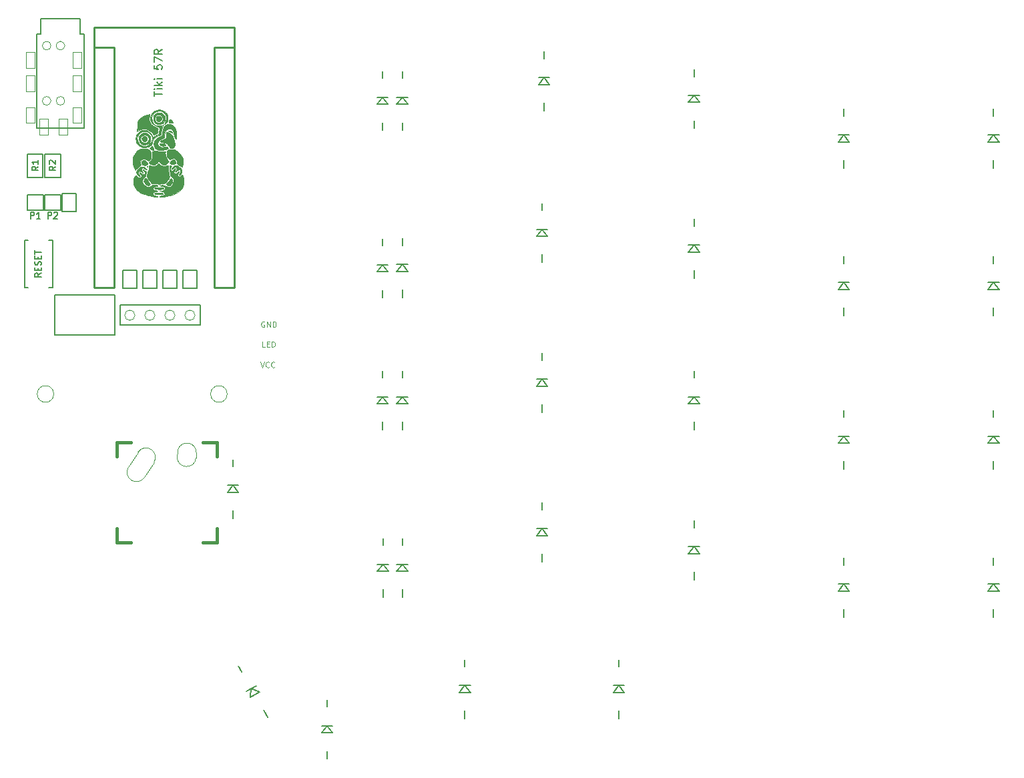
<source format=gbr>
G04 #@! TF.GenerationSoftware,KiCad,Pcbnew,5.1.6-c6e7f7d~87~ubuntu20.04.1*
G04 #@! TF.CreationDate,2020-10-22T20:53:10+01:00*
G04 #@! TF.ProjectId,Lily58,4c696c79-3538-42e6-9b69-6361645f7063,rev?*
G04 #@! TF.SameCoordinates,Original*
G04 #@! TF.FileFunction,Legend,Top*
G04 #@! TF.FilePolarity,Positive*
%FSLAX46Y46*%
G04 Gerber Fmt 4.6, Leading zero omitted, Abs format (unit mm)*
G04 Created by KiCad (PCBNEW 5.1.6-c6e7f7d~87~ubuntu20.04.1) date 2020-10-22 20:53:10*
%MOMM*%
%LPD*%
G01*
G04 APERTURE LIST*
%ADD10C,0.150000*%
%ADD11C,0.125000*%
%ADD12C,0.010000*%
%ADD13C,0.381000*%
%ADD14C,0.250000*%
%ADD15C,0.100000*%
G04 APERTURE END LIST*
D10*
X99782380Y-47196000D02*
X99782380Y-46624571D01*
X100782380Y-46910285D02*
X99782380Y-46910285D01*
X100782380Y-46291238D02*
X100115714Y-46291238D01*
X99782380Y-46291238D02*
X99830000Y-46338857D01*
X99877619Y-46291238D01*
X99830000Y-46243619D01*
X99782380Y-46291238D01*
X99877619Y-46291238D01*
X100782380Y-45815047D02*
X99782380Y-45815047D01*
X100401428Y-45719809D02*
X100782380Y-45434095D01*
X100115714Y-45434095D02*
X100496666Y-45815047D01*
X100782380Y-45005523D02*
X100115714Y-45005523D01*
X99782380Y-45005523D02*
X99830000Y-45053142D01*
X99877619Y-45005523D01*
X99830000Y-44957904D01*
X99782380Y-45005523D01*
X99877619Y-45005523D01*
X99782380Y-43291238D02*
X99782380Y-43767428D01*
X100258571Y-43815047D01*
X100210952Y-43767428D01*
X100163333Y-43672190D01*
X100163333Y-43434095D01*
X100210952Y-43338857D01*
X100258571Y-43291238D01*
X100353809Y-43243619D01*
X100591904Y-43243619D01*
X100687142Y-43291238D01*
X100734761Y-43338857D01*
X100782380Y-43434095D01*
X100782380Y-43672190D01*
X100734761Y-43767428D01*
X100687142Y-43815047D01*
X99782380Y-42910285D02*
X99782380Y-42243619D01*
X100782380Y-42672190D01*
X100782380Y-41291238D02*
X100306190Y-41624571D01*
X100782380Y-41862666D02*
X99782380Y-41862666D01*
X99782380Y-41481714D01*
X99830000Y-41386476D01*
X99877619Y-41338857D01*
X99972857Y-41291238D01*
X100115714Y-41291238D01*
X100210952Y-41338857D01*
X100258571Y-41386476D01*
X100306190Y-41481714D01*
X100306190Y-41862666D01*
D11*
X113266666Y-80916666D02*
X113500000Y-81616666D01*
X113733333Y-80916666D01*
X114366666Y-81550000D02*
X114333333Y-81583333D01*
X114233333Y-81616666D01*
X114166666Y-81616666D01*
X114066666Y-81583333D01*
X114000000Y-81516666D01*
X113966666Y-81450000D01*
X113933333Y-81316666D01*
X113933333Y-81216666D01*
X113966666Y-81083333D01*
X114000000Y-81016666D01*
X114066666Y-80950000D01*
X114166666Y-80916666D01*
X114233333Y-80916666D01*
X114333333Y-80950000D01*
X114366666Y-80983333D01*
X115066666Y-81550000D02*
X115033333Y-81583333D01*
X114933333Y-81616666D01*
X114866666Y-81616666D01*
X114766666Y-81583333D01*
X114700000Y-81516666D01*
X114666666Y-81450000D01*
X114633333Y-81316666D01*
X114633333Y-81216666D01*
X114666666Y-81083333D01*
X114700000Y-81016666D01*
X114766666Y-80950000D01*
X114866666Y-80916666D01*
X114933333Y-80916666D01*
X115033333Y-80950000D01*
X115066666Y-80983333D01*
X113766666Y-75850000D02*
X113700000Y-75816666D01*
X113600000Y-75816666D01*
X113500000Y-75850000D01*
X113433333Y-75916666D01*
X113400000Y-75983333D01*
X113366666Y-76116666D01*
X113366666Y-76216666D01*
X113400000Y-76350000D01*
X113433333Y-76416666D01*
X113500000Y-76483333D01*
X113600000Y-76516666D01*
X113666666Y-76516666D01*
X113766666Y-76483333D01*
X113800000Y-76450000D01*
X113800000Y-76216666D01*
X113666666Y-76216666D01*
X114100000Y-76516666D02*
X114100000Y-75816666D01*
X114500000Y-76516666D01*
X114500000Y-75816666D01*
X114833333Y-76516666D02*
X114833333Y-75816666D01*
X115000000Y-75816666D01*
X115100000Y-75850000D01*
X115166666Y-75916666D01*
X115200000Y-75983333D01*
X115233333Y-76116666D01*
X115233333Y-76216666D01*
X115200000Y-76350000D01*
X115166666Y-76416666D01*
X115100000Y-76483333D01*
X115000000Y-76516666D01*
X114833333Y-76516666D01*
X113850000Y-79016666D02*
X113516666Y-79016666D01*
X113516666Y-78316666D01*
X114083333Y-78650000D02*
X114316666Y-78650000D01*
X114416666Y-79016666D02*
X114083333Y-79016666D01*
X114083333Y-78316666D01*
X114416666Y-78316666D01*
X114716666Y-79016666D02*
X114716666Y-78316666D01*
X114883333Y-78316666D01*
X114983333Y-78350000D01*
X115050000Y-78416666D01*
X115083333Y-78483333D01*
X115116666Y-78616666D01*
X115116666Y-78716666D01*
X115083333Y-78850000D01*
X115050000Y-78916666D01*
X114983333Y-78983333D01*
X114883333Y-79016666D01*
X114716666Y-79016666D01*
D12*
G36*
X98468869Y-56541206D02*
G01*
X98540094Y-56596267D01*
X98643809Y-56673160D01*
X98727091Y-56719998D01*
X98752146Y-56726666D01*
X98795639Y-56760665D01*
X98802959Y-56851068D01*
X98779443Y-56980490D01*
X98730430Y-57131542D01*
X98661256Y-57286838D01*
X98577259Y-57428989D01*
X98510639Y-57513395D01*
X98356614Y-57711675D01*
X98279828Y-57894251D01*
X98281256Y-58069688D01*
X98361876Y-58246552D01*
X98522661Y-58433409D01*
X98626090Y-58527026D01*
X98768084Y-58644496D01*
X98867617Y-58713928D01*
X98943910Y-58745281D01*
X99016186Y-58748513D01*
X99045936Y-58744547D01*
X99164187Y-58706607D01*
X99304388Y-58636382D01*
X99365723Y-58597693D01*
X99567525Y-58484111D01*
X99757248Y-58438304D01*
X99964413Y-58454307D01*
X100017242Y-58466008D01*
X100171791Y-58509803D01*
X100251918Y-58546660D01*
X100255127Y-58573657D01*
X100178922Y-58587875D01*
X100122615Y-58589333D01*
X99923768Y-58613362D01*
X99764173Y-58678899D01*
X99655898Y-58776122D01*
X99611010Y-58895205D01*
X99626340Y-58993316D01*
X99689652Y-59061042D01*
X99809404Y-59122569D01*
X99957520Y-59166615D01*
X100095807Y-59182000D01*
X100194280Y-59192542D01*
X100243907Y-59218496D01*
X100245334Y-59224333D01*
X100207747Y-59250708D01*
X100113722Y-59265505D01*
X100073898Y-59266666D01*
X99897225Y-59290301D01*
X99740941Y-59352940D01*
X99633174Y-59442189D01*
X99616591Y-59468188D01*
X99597991Y-59580658D01*
X99650488Y-59686971D01*
X99760649Y-59776161D01*
X99915040Y-59837266D01*
X100095807Y-59859333D01*
X100205931Y-59872845D01*
X100244967Y-59916100D01*
X100245334Y-59922833D01*
X100234876Y-59956325D01*
X100195748Y-59975254D01*
X100116314Y-59979514D01*
X99984941Y-59969000D01*
X99789995Y-59943605D01*
X99610334Y-59917048D01*
X99057437Y-59814249D01*
X98581888Y-59684717D01*
X98180274Y-59527145D01*
X97849185Y-59340227D01*
X97617052Y-59153868D01*
X97391167Y-58903542D01*
X97241016Y-58649065D01*
X97158693Y-58373151D01*
X97136094Y-58102500D01*
X97140398Y-57906763D01*
X97161070Y-57757211D01*
X97205681Y-57615819D01*
X97256168Y-57499250D01*
X97323504Y-57367230D01*
X97383931Y-57272846D01*
X97424645Y-57236020D01*
X97425365Y-57236010D01*
X97480599Y-57264727D01*
X97568373Y-57336310D01*
X97620448Y-57385972D01*
X97779200Y-57514656D01*
X97919735Y-57567102D01*
X98036584Y-57543268D01*
X98124280Y-57443114D01*
X98147091Y-57389972D01*
X98162743Y-57311059D01*
X98139395Y-57234112D01*
X98067244Y-57130429D01*
X98051841Y-57111089D01*
X97955437Y-56979966D01*
X97921101Y-56906085D01*
X97947201Y-56890912D01*
X98032107Y-56935913D01*
X98149833Y-57023000D01*
X98290923Y-57117669D01*
X98399165Y-57144621D01*
X98489738Y-57105868D01*
X98524272Y-57072583D01*
X98582669Y-56978174D01*
X98579838Y-56878199D01*
X98512481Y-56756105D01*
X98444193Y-56670553D01*
X98358497Y-56555870D01*
X98337257Y-56493595D01*
X98375654Y-56487463D01*
X98468869Y-56541206D01*
G37*
X98468869Y-56541206D02*
X98540094Y-56596267D01*
X98643809Y-56673160D01*
X98727091Y-56719998D01*
X98752146Y-56726666D01*
X98795639Y-56760665D01*
X98802959Y-56851068D01*
X98779443Y-56980490D01*
X98730430Y-57131542D01*
X98661256Y-57286838D01*
X98577259Y-57428989D01*
X98510639Y-57513395D01*
X98356614Y-57711675D01*
X98279828Y-57894251D01*
X98281256Y-58069688D01*
X98361876Y-58246552D01*
X98522661Y-58433409D01*
X98626090Y-58527026D01*
X98768084Y-58644496D01*
X98867617Y-58713928D01*
X98943910Y-58745281D01*
X99016186Y-58748513D01*
X99045936Y-58744547D01*
X99164187Y-58706607D01*
X99304388Y-58636382D01*
X99365723Y-58597693D01*
X99567525Y-58484111D01*
X99757248Y-58438304D01*
X99964413Y-58454307D01*
X100017242Y-58466008D01*
X100171791Y-58509803D01*
X100251918Y-58546660D01*
X100255127Y-58573657D01*
X100178922Y-58587875D01*
X100122615Y-58589333D01*
X99923768Y-58613362D01*
X99764173Y-58678899D01*
X99655898Y-58776122D01*
X99611010Y-58895205D01*
X99626340Y-58993316D01*
X99689652Y-59061042D01*
X99809404Y-59122569D01*
X99957520Y-59166615D01*
X100095807Y-59182000D01*
X100194280Y-59192542D01*
X100243907Y-59218496D01*
X100245334Y-59224333D01*
X100207747Y-59250708D01*
X100113722Y-59265505D01*
X100073898Y-59266666D01*
X99897225Y-59290301D01*
X99740941Y-59352940D01*
X99633174Y-59442189D01*
X99616591Y-59468188D01*
X99597991Y-59580658D01*
X99650488Y-59686971D01*
X99760649Y-59776161D01*
X99915040Y-59837266D01*
X100095807Y-59859333D01*
X100205931Y-59872845D01*
X100244967Y-59916100D01*
X100245334Y-59922833D01*
X100234876Y-59956325D01*
X100195748Y-59975254D01*
X100116314Y-59979514D01*
X99984941Y-59969000D01*
X99789995Y-59943605D01*
X99610334Y-59917048D01*
X99057437Y-59814249D01*
X98581888Y-59684717D01*
X98180274Y-59527145D01*
X97849185Y-59340227D01*
X97617052Y-59153868D01*
X97391167Y-58903542D01*
X97241016Y-58649065D01*
X97158693Y-58373151D01*
X97136094Y-58102500D01*
X97140398Y-57906763D01*
X97161070Y-57757211D01*
X97205681Y-57615819D01*
X97256168Y-57499250D01*
X97323504Y-57367230D01*
X97383931Y-57272846D01*
X97424645Y-57236020D01*
X97425365Y-57236010D01*
X97480599Y-57264727D01*
X97568373Y-57336310D01*
X97620448Y-57385972D01*
X97779200Y-57514656D01*
X97919735Y-57567102D01*
X98036584Y-57543268D01*
X98124280Y-57443114D01*
X98147091Y-57389972D01*
X98162743Y-57311059D01*
X98139395Y-57234112D01*
X98067244Y-57130429D01*
X98051841Y-57111089D01*
X97955437Y-56979966D01*
X97921101Y-56906085D01*
X97947201Y-56890912D01*
X98032107Y-56935913D01*
X98149833Y-57023000D01*
X98290923Y-57117669D01*
X98399165Y-57144621D01*
X98489738Y-57105868D01*
X98524272Y-57072583D01*
X98582669Y-56978174D01*
X98579838Y-56878199D01*
X98512481Y-56756105D01*
X98444193Y-56670553D01*
X98358497Y-56555870D01*
X98337257Y-56493595D01*
X98375654Y-56487463D01*
X98468869Y-56541206D01*
G36*
X101863538Y-55990086D02*
G01*
X101897964Y-56007872D01*
X101948027Y-56040327D01*
X101954168Y-56079545D01*
X101915977Y-56153725D01*
X101895339Y-56187789D01*
X101829240Y-56342784D01*
X101817008Y-56487692D01*
X101859151Y-56599314D01*
X101885750Y-56625403D01*
X101978306Y-56674127D01*
X102068537Y-56665220D01*
X102174658Y-56593312D01*
X102254455Y-56516753D01*
X102368654Y-56413022D01*
X102438597Y-56376751D01*
X102459988Y-56405888D01*
X102428531Y-56498382D01*
X102385045Y-56579114D01*
X102301056Y-56749833D01*
X102281629Y-56874724D01*
X102328645Y-56964876D01*
X102443985Y-57031377D01*
X102462978Y-57038464D01*
X102531894Y-57036872D01*
X102619476Y-56979635D01*
X102704699Y-56896869D01*
X102801536Y-56802830D01*
X102879341Y-56741017D01*
X102910638Y-56726666D01*
X102943195Y-56731205D01*
X102947777Y-56756305D01*
X102919537Y-56819192D01*
X102853633Y-56937090D01*
X102849343Y-56944595D01*
X102767569Y-57118317D01*
X102750152Y-57248017D01*
X102797029Y-57344616D01*
X102846761Y-57385368D01*
X102969602Y-57430390D01*
X103090192Y-57397484D01*
X103217269Y-57284096D01*
X103225241Y-57274737D01*
X103297773Y-57194720D01*
X103346516Y-57152134D01*
X103352399Y-57150000D01*
X103382710Y-57188339D01*
X103420581Y-57289294D01*
X103460874Y-57431772D01*
X103498452Y-57594680D01*
X103528176Y-57756926D01*
X103544909Y-57897416D01*
X103546831Y-57948209D01*
X103508643Y-58307472D01*
X103401033Y-58653295D01*
X103232159Y-58966313D01*
X103010183Y-59227159D01*
X103006418Y-59230643D01*
X102768491Y-59408395D01*
X102462218Y-59571840D01*
X102103506Y-59715045D01*
X101708261Y-59832076D01*
X101292389Y-59916999D01*
X101093602Y-59944217D01*
X100834834Y-59971259D01*
X100651190Y-59983735D01*
X100534366Y-59981503D01*
X100476057Y-59964418D01*
X100467577Y-59933436D01*
X100516647Y-59896269D01*
X100620314Y-59863444D01*
X100677621Y-59853015D01*
X100888742Y-59803075D01*
X101033161Y-59726123D01*
X101105851Y-59627266D01*
X101101790Y-59511615D01*
X101071628Y-59452438D01*
X100950002Y-59336858D01*
X100768912Y-59274840D01*
X100634161Y-59262414D01*
X100478167Y-59258161D01*
X100647500Y-59220262D01*
X100782240Y-59189892D01*
X100897262Y-59163622D01*
X100913160Y-59159938D01*
X101042891Y-59096383D01*
X101139117Y-58988766D01*
X101176667Y-58865475D01*
X101139755Y-58755636D01*
X101027392Y-58672628D01*
X100837138Y-58614995D01*
X100727894Y-58597269D01*
X100478167Y-58564340D01*
X100639676Y-58509143D01*
X100828249Y-58475167D01*
X101028406Y-58503869D01*
X101256413Y-58598236D01*
X101323725Y-58634720D01*
X101543173Y-58731264D01*
X101730505Y-58752065D01*
X101892635Y-58696514D01*
X102029555Y-58572534D01*
X102112222Y-58437661D01*
X102189374Y-58254680D01*
X102248357Y-58059850D01*
X102276513Y-57889426D01*
X102277334Y-57862696D01*
X102272667Y-57770749D01*
X102249683Y-57699058D01*
X102194902Y-57628565D01*
X102094848Y-57540213D01*
X101990962Y-57457776D01*
X101918977Y-57357288D01*
X101855842Y-57178691D01*
X101802991Y-56928219D01*
X101761860Y-56612106D01*
X101742295Y-56377416D01*
X101730900Y-56175501D01*
X101732691Y-56046815D01*
X101752304Y-55980354D01*
X101794374Y-55965113D01*
X101863538Y-55990086D01*
G37*
X101863538Y-55990086D02*
X101897964Y-56007872D01*
X101948027Y-56040327D01*
X101954168Y-56079545D01*
X101915977Y-56153725D01*
X101895339Y-56187789D01*
X101829240Y-56342784D01*
X101817008Y-56487692D01*
X101859151Y-56599314D01*
X101885750Y-56625403D01*
X101978306Y-56674127D01*
X102068537Y-56665220D01*
X102174658Y-56593312D01*
X102254455Y-56516753D01*
X102368654Y-56413022D01*
X102438597Y-56376751D01*
X102459988Y-56405888D01*
X102428531Y-56498382D01*
X102385045Y-56579114D01*
X102301056Y-56749833D01*
X102281629Y-56874724D01*
X102328645Y-56964876D01*
X102443985Y-57031377D01*
X102462978Y-57038464D01*
X102531894Y-57036872D01*
X102619476Y-56979635D01*
X102704699Y-56896869D01*
X102801536Y-56802830D01*
X102879341Y-56741017D01*
X102910638Y-56726666D01*
X102943195Y-56731205D01*
X102947777Y-56756305D01*
X102919537Y-56819192D01*
X102853633Y-56937090D01*
X102849343Y-56944595D01*
X102767569Y-57118317D01*
X102750152Y-57248017D01*
X102797029Y-57344616D01*
X102846761Y-57385368D01*
X102969602Y-57430390D01*
X103090192Y-57397484D01*
X103217269Y-57284096D01*
X103225241Y-57274737D01*
X103297773Y-57194720D01*
X103346516Y-57152134D01*
X103352399Y-57150000D01*
X103382710Y-57188339D01*
X103420581Y-57289294D01*
X103460874Y-57431772D01*
X103498452Y-57594680D01*
X103528176Y-57756926D01*
X103544909Y-57897416D01*
X103546831Y-57948209D01*
X103508643Y-58307472D01*
X103401033Y-58653295D01*
X103232159Y-58966313D01*
X103010183Y-59227159D01*
X103006418Y-59230643D01*
X102768491Y-59408395D01*
X102462218Y-59571840D01*
X102103506Y-59715045D01*
X101708261Y-59832076D01*
X101292389Y-59916999D01*
X101093602Y-59944217D01*
X100834834Y-59971259D01*
X100651190Y-59983735D01*
X100534366Y-59981503D01*
X100476057Y-59964418D01*
X100467577Y-59933436D01*
X100516647Y-59896269D01*
X100620314Y-59863444D01*
X100677621Y-59853015D01*
X100888742Y-59803075D01*
X101033161Y-59726123D01*
X101105851Y-59627266D01*
X101101790Y-59511615D01*
X101071628Y-59452438D01*
X100950002Y-59336858D01*
X100768912Y-59274840D01*
X100634161Y-59262414D01*
X100478167Y-59258161D01*
X100647500Y-59220262D01*
X100782240Y-59189892D01*
X100897262Y-59163622D01*
X100913160Y-59159938D01*
X101042891Y-59096383D01*
X101139117Y-58988766D01*
X101176667Y-58865475D01*
X101139755Y-58755636D01*
X101027392Y-58672628D01*
X100837138Y-58614995D01*
X100727894Y-58597269D01*
X100478167Y-58564340D01*
X100639676Y-58509143D01*
X100828249Y-58475167D01*
X101028406Y-58503869D01*
X101256413Y-58598236D01*
X101323725Y-58634720D01*
X101543173Y-58731264D01*
X101730505Y-58752065D01*
X101892635Y-58696514D01*
X102029555Y-58572534D01*
X102112222Y-58437661D01*
X102189374Y-58254680D01*
X102248357Y-58059850D01*
X102276513Y-57889426D01*
X102277334Y-57862696D01*
X102272667Y-57770749D01*
X102249683Y-57699058D01*
X102194902Y-57628565D01*
X102094848Y-57540213D01*
X101990962Y-57457776D01*
X101918977Y-57357288D01*
X101855842Y-57178691D01*
X101802991Y-56928219D01*
X101761860Y-56612106D01*
X101742295Y-56377416D01*
X101730900Y-56175501D01*
X101732691Y-56046815D01*
X101752304Y-55980354D01*
X101794374Y-55965113D01*
X101863538Y-55990086D01*
G36*
X100467938Y-59444730D02*
G01*
X100698794Y-59463786D01*
X100847107Y-59495730D01*
X100914087Y-59541053D01*
X100900946Y-59600242D01*
X100888154Y-59614446D01*
X100821088Y-59640153D01*
X100691919Y-59659747D01*
X100523033Y-59672598D01*
X100336817Y-59678075D01*
X100155657Y-59675548D01*
X100001939Y-59664386D01*
X99898050Y-59643958D01*
X99893967Y-59642454D01*
X99802376Y-59592015D01*
X99787226Y-59544549D01*
X99840288Y-59502887D01*
X99953337Y-59469866D01*
X100118145Y-59448317D01*
X100326485Y-59441077D01*
X100467938Y-59444730D01*
G37*
X100467938Y-59444730D02*
X100698794Y-59463786D01*
X100847107Y-59495730D01*
X100914087Y-59541053D01*
X100900946Y-59600242D01*
X100888154Y-59614446D01*
X100821088Y-59640153D01*
X100691919Y-59659747D01*
X100523033Y-59672598D01*
X100336817Y-59678075D01*
X100155657Y-59675548D01*
X100001939Y-59664386D01*
X99898050Y-59643958D01*
X99893967Y-59642454D01*
X99802376Y-59592015D01*
X99787226Y-59544549D01*
X99840288Y-59502887D01*
X99953337Y-59469866D01*
X100118145Y-59448317D01*
X100326485Y-59441077D01*
X100467938Y-59444730D01*
G36*
X100359549Y-58782235D02*
G01*
X100551833Y-58792070D01*
X100731432Y-58806716D01*
X100876014Y-58824960D01*
X100963245Y-58845589D01*
X100972617Y-58850389D01*
X101001018Y-58889215D01*
X100959827Y-58939380D01*
X100946326Y-58949971D01*
X100865621Y-58978131D01*
X100723373Y-58997793D01*
X100542305Y-59008679D01*
X100345139Y-59010515D01*
X100154598Y-59003024D01*
X99993405Y-58985930D01*
X99893967Y-58962757D01*
X99807169Y-58912080D01*
X99802906Y-58858651D01*
X99879639Y-58809707D01*
X99929923Y-58793734D01*
X100026261Y-58781854D01*
X100176914Y-58778425D01*
X100359549Y-58782235D01*
G37*
X100359549Y-58782235D02*
X100551833Y-58792070D01*
X100731432Y-58806716D01*
X100876014Y-58824960D01*
X100963245Y-58845589D01*
X100972617Y-58850389D01*
X101001018Y-58889215D01*
X100959827Y-58939380D01*
X100946326Y-58949971D01*
X100865621Y-58978131D01*
X100723373Y-58997793D01*
X100542305Y-59008679D01*
X100345139Y-59010515D01*
X100154598Y-59003024D01*
X99993405Y-58985930D01*
X99893967Y-58962757D01*
X99807169Y-58912080D01*
X99802906Y-58858651D01*
X99879639Y-58809707D01*
X99929923Y-58793734D01*
X100026261Y-58781854D01*
X100176914Y-58778425D01*
X100359549Y-58782235D01*
G36*
X101955633Y-57663809D02*
G01*
X101961406Y-57666419D01*
X102051197Y-57739633D01*
X102093830Y-57818973D01*
X102095336Y-57939469D01*
X102061521Y-58099964D01*
X102002698Y-58269138D01*
X101929180Y-58415673D01*
X101873046Y-58489469D01*
X101764003Y-58569262D01*
X101649199Y-58581383D01*
X101504061Y-58528002D01*
X101494167Y-58522927D01*
X101374764Y-58453581D01*
X101328734Y-58394185D01*
X101351236Y-58322267D01*
X101429782Y-58224039D01*
X101532549Y-58096433D01*
X101646737Y-57939282D01*
X101711800Y-57842028D01*
X101792439Y-57720790D01*
X101847762Y-57659255D01*
X101896062Y-57644551D01*
X101955633Y-57663809D01*
G37*
X101955633Y-57663809D02*
X101961406Y-57666419D01*
X102051197Y-57739633D01*
X102093830Y-57818973D01*
X102095336Y-57939469D01*
X102061521Y-58099964D01*
X102002698Y-58269138D01*
X101929180Y-58415673D01*
X101873046Y-58489469D01*
X101764003Y-58569262D01*
X101649199Y-58581383D01*
X101504061Y-58528002D01*
X101494167Y-58522927D01*
X101374764Y-58453581D01*
X101328734Y-58394185D01*
X101351236Y-58322267D01*
X101429782Y-58224039D01*
X101532549Y-58096433D01*
X101646737Y-57939282D01*
X101711800Y-57842028D01*
X101792439Y-57720790D01*
X101847762Y-57659255D01*
X101896062Y-57644551D01*
X101955633Y-57663809D01*
G36*
X98746650Y-57607245D02*
G01*
X98813172Y-57692632D01*
X98839981Y-57736854D01*
X98914110Y-57855361D01*
X99018481Y-58006045D01*
X99125284Y-58149436D01*
X99318682Y-58398495D01*
X99226985Y-58472747D01*
X99108631Y-58536449D01*
X98982719Y-58533870D01*
X98837629Y-58462230D01*
X98689568Y-58344083D01*
X98567347Y-58227465D01*
X98499206Y-58139137D01*
X98470983Y-58057281D01*
X98467318Y-58001663D01*
X98486999Y-57882973D01*
X98536606Y-57755674D01*
X98602019Y-57646235D01*
X98669119Y-57581122D01*
X98695824Y-57573333D01*
X98746650Y-57607245D01*
G37*
X98746650Y-57607245D02*
X98813172Y-57692632D01*
X98839981Y-57736854D01*
X98914110Y-57855361D01*
X99018481Y-58006045D01*
X99125284Y-58149436D01*
X99318682Y-58398495D01*
X99226985Y-58472747D01*
X99108631Y-58536449D01*
X98982719Y-58533870D01*
X98837629Y-58462230D01*
X98689568Y-58344083D01*
X98567347Y-58227465D01*
X98499206Y-58139137D01*
X98470983Y-58057281D01*
X98467318Y-58001663D01*
X98486999Y-57882973D01*
X98536606Y-57755674D01*
X98602019Y-57646235D01*
X98669119Y-57581122D01*
X98695824Y-57573333D01*
X98746650Y-57607245D01*
G36*
X100499387Y-55880042D02*
G01*
X100734409Y-56026640D01*
X100967109Y-56089973D01*
X101203208Y-56071059D01*
X101331363Y-56028166D01*
X101470587Y-55976863D01*
X101538857Y-55969243D01*
X101537646Y-56005145D01*
X101537522Y-56005346D01*
X101532862Y-56061665D01*
X101539087Y-56183616D01*
X101554067Y-56353170D01*
X101575673Y-56552300D01*
X101601777Y-56762975D01*
X101630250Y-56967168D01*
X101658963Y-57146851D01*
X101685787Y-57283993D01*
X101691150Y-57306374D01*
X101712031Y-57403746D01*
X101711214Y-57480424D01*
X101681372Y-57562193D01*
X101615178Y-57674838D01*
X101563866Y-57754317D01*
X101415686Y-57969363D01*
X101288091Y-58119932D01*
X101165346Y-58218026D01*
X101031717Y-58275649D01*
X100871466Y-58304804D01*
X100838000Y-58308005D01*
X100671531Y-58324019D01*
X100520599Y-58341339D01*
X100435834Y-58353382D01*
X100313702Y-58351782D01*
X100170990Y-58320571D01*
X100139500Y-58309463D01*
X99948028Y-58264961D01*
X99711066Y-58266341D01*
X99451966Y-58288790D01*
X99257362Y-58026311D01*
X99143736Y-57865880D01*
X99034692Y-57700019D01*
X98955694Y-57567875D01*
X98848629Y-57371917D01*
X98972697Y-56899023D01*
X99026501Y-56683252D01*
X99074341Y-56472006D01*
X99110095Y-56293404D01*
X99125164Y-56198844D01*
X99153561Y-55971560D01*
X99323770Y-56031613D01*
X99514161Y-56076247D01*
X99720316Y-56089236D01*
X99908688Y-56070552D01*
X100025186Y-56032188D01*
X100137387Y-55956985D01*
X100240897Y-55864167D01*
X100342295Y-55755622D01*
X100499387Y-55880042D01*
G37*
X100499387Y-55880042D02*
X100734409Y-56026640D01*
X100967109Y-56089973D01*
X101203208Y-56071059D01*
X101331363Y-56028166D01*
X101470587Y-55976863D01*
X101538857Y-55969243D01*
X101537646Y-56005145D01*
X101537522Y-56005346D01*
X101532862Y-56061665D01*
X101539087Y-56183616D01*
X101554067Y-56353170D01*
X101575673Y-56552300D01*
X101601777Y-56762975D01*
X101630250Y-56967168D01*
X101658963Y-57146851D01*
X101685787Y-57283993D01*
X101691150Y-57306374D01*
X101712031Y-57403746D01*
X101711214Y-57480424D01*
X101681372Y-57562193D01*
X101615178Y-57674838D01*
X101563866Y-57754317D01*
X101415686Y-57969363D01*
X101288091Y-58119932D01*
X101165346Y-58218026D01*
X101031717Y-58275649D01*
X100871466Y-58304804D01*
X100838000Y-58308005D01*
X100671531Y-58324019D01*
X100520599Y-58341339D01*
X100435834Y-58353382D01*
X100313702Y-58351782D01*
X100170990Y-58320571D01*
X100139500Y-58309463D01*
X99948028Y-58264961D01*
X99711066Y-58266341D01*
X99451966Y-58288790D01*
X99257362Y-58026311D01*
X99143736Y-57865880D01*
X99034692Y-57700019D01*
X98955694Y-57567875D01*
X98848629Y-57371917D01*
X98972697Y-56899023D01*
X99026501Y-56683252D01*
X99074341Y-56472006D01*
X99110095Y-56293404D01*
X99125164Y-56198844D01*
X99153561Y-55971560D01*
X99323770Y-56031613D01*
X99514161Y-56076247D01*
X99720316Y-56089236D01*
X99908688Y-56070552D01*
X100025186Y-56032188D01*
X100137387Y-55956985D01*
X100240897Y-55864167D01*
X100342295Y-55755622D01*
X100499387Y-55880042D01*
G36*
X98428554Y-56135027D02*
G01*
X98493513Y-56156515D01*
X98614554Y-56224644D01*
X98727202Y-56312934D01*
X98814848Y-56404495D01*
X98860879Y-56482437D01*
X98855582Y-56524685D01*
X98805331Y-56535757D01*
X98718359Y-56494164D01*
X98610129Y-56416057D01*
X98476999Y-56318294D01*
X98384598Y-56272836D01*
X98310714Y-56275359D01*
X98233131Y-56321543D01*
X98211641Y-56338524D01*
X98144110Y-56435794D01*
X98152942Y-56558772D01*
X98238758Y-56710517D01*
X98302997Y-56789390D01*
X98377880Y-56886893D01*
X98387462Y-56933970D01*
X98372447Y-56938333D01*
X98299001Y-56909184D01*
X98238001Y-56857534D01*
X98144291Y-56781716D01*
X98039859Y-56724951D01*
X97941972Y-56695569D01*
X97872408Y-56715657D01*
X97831253Y-56748811D01*
X97761062Y-56863054D01*
X97757716Y-56996550D01*
X97820796Y-57117131D01*
X97836255Y-57132381D01*
X97918031Y-57220053D01*
X97964744Y-57287109D01*
X97981455Y-57350763D01*
X97946730Y-57367603D01*
X97875881Y-57342901D01*
X97784222Y-57281929D01*
X97689093Y-57192211D01*
X97568382Y-57016007D01*
X97531517Y-56843273D01*
X97578265Y-56667518D01*
X97665471Y-56533057D01*
X97852801Y-56337288D01*
X98050418Y-56202058D01*
X98246333Y-56132820D01*
X98428554Y-56135027D01*
G37*
X98428554Y-56135027D02*
X98493513Y-56156515D01*
X98614554Y-56224644D01*
X98727202Y-56312934D01*
X98814848Y-56404495D01*
X98860879Y-56482437D01*
X98855582Y-56524685D01*
X98805331Y-56535757D01*
X98718359Y-56494164D01*
X98610129Y-56416057D01*
X98476999Y-56318294D01*
X98384598Y-56272836D01*
X98310714Y-56275359D01*
X98233131Y-56321543D01*
X98211641Y-56338524D01*
X98144110Y-56435794D01*
X98152942Y-56558772D01*
X98238758Y-56710517D01*
X98302997Y-56789390D01*
X98377880Y-56886893D01*
X98387462Y-56933970D01*
X98372447Y-56938333D01*
X98299001Y-56909184D01*
X98238001Y-56857534D01*
X98144291Y-56781716D01*
X98039859Y-56724951D01*
X97941972Y-56695569D01*
X97872408Y-56715657D01*
X97831253Y-56748811D01*
X97761062Y-56863054D01*
X97757716Y-56996550D01*
X97820796Y-57117131D01*
X97836255Y-57132381D01*
X97918031Y-57220053D01*
X97964744Y-57287109D01*
X97981455Y-57350763D01*
X97946730Y-57367603D01*
X97875881Y-57342901D01*
X97784222Y-57281929D01*
X97689093Y-57192211D01*
X97568382Y-57016007D01*
X97531517Y-56843273D01*
X97578265Y-56667518D01*
X97665471Y-56533057D01*
X97852801Y-56337288D01*
X98050418Y-56202058D01*
X98246333Y-56132820D01*
X98428554Y-56135027D01*
G36*
X102713352Y-56034441D02*
G01*
X102961621Y-56190711D01*
X103145634Y-56367504D01*
X103258434Y-56556430D01*
X103293334Y-56733772D01*
X103270920Y-56856379D01*
X103213575Y-56992040D01*
X103136145Y-57116436D01*
X103053476Y-57205250D01*
X102987541Y-57234666D01*
X102924108Y-57219853D01*
X102912550Y-57202916D01*
X102933177Y-57150789D01*
X102985178Y-57055110D01*
X103017063Y-57001833D01*
X103102061Y-56819673D01*
X103121200Y-56672992D01*
X103084643Y-56570584D01*
X103002556Y-56521242D01*
X102885103Y-56533759D01*
X102742448Y-56616928D01*
X102659905Y-56692861D01*
X102562626Y-56788181D01*
X102509059Y-56823215D01*
X102489642Y-56803478D01*
X102489000Y-56791444D01*
X102516405Y-56695844D01*
X102551997Y-56642555D01*
X102621612Y-56523304D01*
X102644826Y-56390124D01*
X102617967Y-56276250D01*
X102595715Y-56246762D01*
X102487293Y-56183528D01*
X102367450Y-56201695D01*
X102233129Y-56301881D01*
X102211092Y-56324500D01*
X102091979Y-56433821D01*
X102013621Y-56472994D01*
X101982184Y-56446003D01*
X102003834Y-56356830D01*
X102069754Y-56233220D01*
X102209654Y-56070800D01*
X102376242Y-55985826D01*
X102561204Y-55980867D01*
X102713352Y-56034441D01*
G37*
X102713352Y-56034441D02*
X102961621Y-56190711D01*
X103145634Y-56367504D01*
X103258434Y-56556430D01*
X103293334Y-56733772D01*
X103270920Y-56856379D01*
X103213575Y-56992040D01*
X103136145Y-57116436D01*
X103053476Y-57205250D01*
X102987541Y-57234666D01*
X102924108Y-57219853D01*
X102912550Y-57202916D01*
X102933177Y-57150789D01*
X102985178Y-57055110D01*
X103017063Y-57001833D01*
X103102061Y-56819673D01*
X103121200Y-56672992D01*
X103084643Y-56570584D01*
X103002556Y-56521242D01*
X102885103Y-56533759D01*
X102742448Y-56616928D01*
X102659905Y-56692861D01*
X102562626Y-56788181D01*
X102509059Y-56823215D01*
X102489642Y-56803478D01*
X102489000Y-56791444D01*
X102516405Y-56695844D01*
X102551997Y-56642555D01*
X102621612Y-56523304D01*
X102644826Y-56390124D01*
X102617967Y-56276250D01*
X102595715Y-56246762D01*
X102487293Y-56183528D01*
X102367450Y-56201695D01*
X102233129Y-56301881D01*
X102211092Y-56324500D01*
X102091979Y-56433821D01*
X102013621Y-56472994D01*
X101982184Y-56446003D01*
X102003834Y-56356830D01*
X102069754Y-56233220D01*
X102209654Y-56070800D01*
X102376242Y-55985826D01*
X102561204Y-55980867D01*
X102713352Y-56034441D01*
G36*
X99161725Y-54059654D02*
G01*
X99271873Y-54188059D01*
X99334803Y-54298538D01*
X99368482Y-54427193D01*
X99378109Y-54494378D01*
X99387605Y-54799769D01*
X99334741Y-55055933D01*
X99257529Y-55208291D01*
X99159220Y-55335618D01*
X99078352Y-55390516D01*
X98998304Y-55378073D01*
X98913362Y-55313624D01*
X98763898Y-55211026D01*
X98590194Y-55144452D01*
X98425972Y-55125119D01*
X98370688Y-55133077D01*
X98204753Y-55214353D01*
X98089850Y-55353904D01*
X98032914Y-55537727D01*
X98040882Y-55751820D01*
X98047885Y-55784750D01*
X98066104Y-55894801D01*
X98047297Y-55959592D01*
X97992660Y-56007000D01*
X97918898Y-56066537D01*
X97807275Y-56166749D01*
X97679434Y-56288078D01*
X97653053Y-56313916D01*
X97537905Y-56426036D01*
X97448224Y-56510870D01*
X97398915Y-56554409D01*
X97394115Y-56557333D01*
X97368383Y-56524111D01*
X97317666Y-56440549D01*
X97293880Y-56398583D01*
X97162410Y-56085031D01*
X97086973Y-55732023D01*
X97069680Y-55365375D01*
X97112640Y-55010906D01*
X97165155Y-54823467D01*
X97293328Y-54561926D01*
X97482582Y-54310238D01*
X97710823Y-54094077D01*
X97903052Y-53965920D01*
X98033149Y-53901677D01*
X98134831Y-53876225D01*
X98250879Y-53882531D01*
X98329750Y-53895779D01*
X98578923Y-53915042D01*
X98763336Y-53898090D01*
X98974671Y-53859678D01*
X99161725Y-54059654D01*
G37*
X99161725Y-54059654D02*
X99271873Y-54188059D01*
X99334803Y-54298538D01*
X99368482Y-54427193D01*
X99378109Y-54494378D01*
X99387605Y-54799769D01*
X99334741Y-55055933D01*
X99257529Y-55208291D01*
X99159220Y-55335618D01*
X99078352Y-55390516D01*
X98998304Y-55378073D01*
X98913362Y-55313624D01*
X98763898Y-55211026D01*
X98590194Y-55144452D01*
X98425972Y-55125119D01*
X98370688Y-55133077D01*
X98204753Y-55214353D01*
X98089850Y-55353904D01*
X98032914Y-55537727D01*
X98040882Y-55751820D01*
X98047885Y-55784750D01*
X98066104Y-55894801D01*
X98047297Y-55959592D01*
X97992660Y-56007000D01*
X97918898Y-56066537D01*
X97807275Y-56166749D01*
X97679434Y-56288078D01*
X97653053Y-56313916D01*
X97537905Y-56426036D01*
X97448224Y-56510870D01*
X97398915Y-56554409D01*
X97394115Y-56557333D01*
X97368383Y-56524111D01*
X97317666Y-56440549D01*
X97293880Y-56398583D01*
X97162410Y-56085031D01*
X97086973Y-55732023D01*
X97069680Y-55365375D01*
X97112640Y-55010906D01*
X97165155Y-54823467D01*
X97293328Y-54561926D01*
X97482582Y-54310238D01*
X97710823Y-54094077D01*
X97903052Y-53965920D01*
X98033149Y-53901677D01*
X98134831Y-53876225D01*
X98250879Y-53882531D01*
X98329750Y-53895779D01*
X98578923Y-53915042D01*
X98763336Y-53898090D01*
X98974671Y-53859678D01*
X99161725Y-54059654D01*
G36*
X98929182Y-56142816D02*
G01*
X98923994Y-56182185D01*
X98900678Y-56214052D01*
X98873012Y-56182015D01*
X98857478Y-56119692D01*
X98865261Y-56102961D01*
X98907111Y-56096009D01*
X98929182Y-56142816D01*
G37*
X98929182Y-56142816D02*
X98923994Y-56182185D01*
X98900678Y-56214052D01*
X98873012Y-56182015D01*
X98857478Y-56119692D01*
X98865261Y-56102961D01*
X98907111Y-56096009D01*
X98929182Y-56142816D01*
G36*
X102341511Y-53958959D02*
G01*
X102438847Y-54000525D01*
X102520279Y-54046664D01*
X102720957Y-54189266D01*
X102928054Y-54378301D01*
X103118024Y-54588988D01*
X103267321Y-54796545D01*
X103315701Y-54883830D01*
X103425463Y-55202700D01*
X103455019Y-55541426D01*
X103403579Y-55890526D01*
X103400314Y-55902772D01*
X103358988Y-56043968D01*
X103322505Y-56148694D01*
X103299084Y-56193831D01*
X103254550Y-56178193D01*
X103169304Y-56120260D01*
X103102834Y-56066939D01*
X102973997Y-55967915D01*
X102843913Y-55883254D01*
X102795917Y-55857443D01*
X102713873Y-55810961D01*
X102673196Y-55755321D01*
X102659534Y-55661316D01*
X102658334Y-55577447D01*
X102650151Y-55436273D01*
X102614500Y-55337663D01*
X102534724Y-55240207D01*
X102514400Y-55219600D01*
X102356444Y-55106060D01*
X102190146Y-55075716D01*
X102011173Y-55128286D01*
X101922153Y-55181075D01*
X101808074Y-55243387D01*
X101715790Y-55248706D01*
X101628293Y-55190580D01*
X101528578Y-55062557D01*
X101501428Y-55021470D01*
X101408332Y-54814576D01*
X101361294Y-54571762D01*
X101366204Y-54331638D01*
X101383361Y-54247466D01*
X101462066Y-54087584D01*
X101586858Y-53988087D01*
X101741820Y-53958165D01*
X101847952Y-53979235D01*
X101984964Y-54007059D01*
X102130550Y-53985646D01*
X102154378Y-53978789D01*
X102258338Y-53953875D01*
X102341511Y-53958959D01*
G37*
X102341511Y-53958959D02*
X102438847Y-54000525D01*
X102520279Y-54046664D01*
X102720957Y-54189266D01*
X102928054Y-54378301D01*
X103118024Y-54588988D01*
X103267321Y-54796545D01*
X103315701Y-54883830D01*
X103425463Y-55202700D01*
X103455019Y-55541426D01*
X103403579Y-55890526D01*
X103400314Y-55902772D01*
X103358988Y-56043968D01*
X103322505Y-56148694D01*
X103299084Y-56193831D01*
X103254550Y-56178193D01*
X103169304Y-56120260D01*
X103102834Y-56066939D01*
X102973997Y-55967915D01*
X102843913Y-55883254D01*
X102795917Y-55857443D01*
X102713873Y-55810961D01*
X102673196Y-55755321D01*
X102659534Y-55661316D01*
X102658334Y-55577447D01*
X102650151Y-55436273D01*
X102614500Y-55337663D01*
X102534724Y-55240207D01*
X102514400Y-55219600D01*
X102356444Y-55106060D01*
X102190146Y-55075716D01*
X102011173Y-55128286D01*
X101922153Y-55181075D01*
X101808074Y-55243387D01*
X101715790Y-55248706D01*
X101628293Y-55190580D01*
X101528578Y-55062557D01*
X101501428Y-55021470D01*
X101408332Y-54814576D01*
X101361294Y-54571762D01*
X101366204Y-54331638D01*
X101383361Y-54247466D01*
X101462066Y-54087584D01*
X101586858Y-53988087D01*
X101741820Y-53958165D01*
X101847952Y-53979235D01*
X101984964Y-54007059D01*
X102130550Y-53985646D01*
X102154378Y-53978789D01*
X102258338Y-53953875D01*
X102341511Y-53958959D01*
G36*
X98584866Y-55326545D02*
G01*
X98728524Y-55409545D01*
X98806316Y-55484661D01*
X98907787Y-55637449D01*
X98934058Y-55773572D01*
X98885095Y-55884810D01*
X98808102Y-55942412D01*
X98719816Y-55985510D01*
X98671901Y-56004059D01*
X98670519Y-56004024D01*
X98626407Y-55987048D01*
X98573167Y-55964666D01*
X98463176Y-55934807D01*
X98377021Y-55925308D01*
X98293299Y-55902511D01*
X98242343Y-55830935D01*
X98218140Y-55697629D01*
X98213912Y-55574059D01*
X98244523Y-55430019D01*
X98327078Y-55339165D01*
X98445788Y-55303879D01*
X98584866Y-55326545D01*
G37*
X98584866Y-55326545D02*
X98728524Y-55409545D01*
X98806316Y-55484661D01*
X98907787Y-55637449D01*
X98934058Y-55773572D01*
X98885095Y-55884810D01*
X98808102Y-55942412D01*
X98719816Y-55985510D01*
X98671901Y-56004059D01*
X98670519Y-56004024D01*
X98626407Y-55987048D01*
X98573167Y-55964666D01*
X98463176Y-55934807D01*
X98377021Y-55925308D01*
X98293299Y-55902511D01*
X98242343Y-55830935D01*
X98218140Y-55697629D01*
X98213912Y-55574059D01*
X98244523Y-55430019D01*
X98327078Y-55339165D01*
X98445788Y-55303879D01*
X98584866Y-55326545D01*
G36*
X100085808Y-54147232D02*
G01*
X100165462Y-54171081D01*
X100310415Y-54207238D01*
X100478526Y-54224231D01*
X100695339Y-54224068D01*
X100790099Y-54220202D01*
X101203670Y-54200288D01*
X101185423Y-54420320D01*
X101199272Y-54721589D01*
X101286810Y-55005277D01*
X101441517Y-55251676D01*
X101471737Y-55285965D01*
X101563448Y-55393441D01*
X101625376Y-55481583D01*
X101642334Y-55522284D01*
X101608424Y-55592347D01*
X101521786Y-55683100D01*
X101405053Y-55776650D01*
X101280861Y-55855103D01*
X101171844Y-55900566D01*
X101160785Y-55902968D01*
X100948455Y-55900807D01*
X100736015Y-55818684D01*
X100536767Y-55663433D01*
X100440467Y-55572490D01*
X100367015Y-55512828D01*
X100340584Y-55499121D01*
X100298877Y-55531265D01*
X100236812Y-55610338D01*
X100224167Y-55629237D01*
X100072794Y-55788808D01*
X99876191Y-55884624D01*
X99649247Y-55912546D01*
X99406852Y-55868432D01*
X99387682Y-55861825D01*
X99211772Y-55783005D01*
X99120371Y-55702289D01*
X99113525Y-55619762D01*
X99191279Y-55535507D01*
X99206198Y-55525349D01*
X99287312Y-55449663D01*
X99379911Y-55331431D01*
X99428448Y-55255897D01*
X99482663Y-55157102D01*
X99517024Y-55068115D01*
X99535787Y-54965435D01*
X99543208Y-54825564D01*
X99543544Y-54625004D01*
X99543510Y-54620583D01*
X99542814Y-54425560D01*
X99546488Y-54299945D01*
X99557783Y-54228485D01*
X99579952Y-54195928D01*
X99616245Y-54187022D01*
X99636005Y-54186666D01*
X99750259Y-54171277D01*
X99843108Y-54144355D01*
X99949331Y-54125523D01*
X100085808Y-54147232D01*
G37*
X100085808Y-54147232D02*
X100165462Y-54171081D01*
X100310415Y-54207238D01*
X100478526Y-54224231D01*
X100695339Y-54224068D01*
X100790099Y-54220202D01*
X101203670Y-54200288D01*
X101185423Y-54420320D01*
X101199272Y-54721589D01*
X101286810Y-55005277D01*
X101441517Y-55251676D01*
X101471737Y-55285965D01*
X101563448Y-55393441D01*
X101625376Y-55481583D01*
X101642334Y-55522284D01*
X101608424Y-55592347D01*
X101521786Y-55683100D01*
X101405053Y-55776650D01*
X101280861Y-55855103D01*
X101171844Y-55900566D01*
X101160785Y-55902968D01*
X100948455Y-55900807D01*
X100736015Y-55818684D01*
X100536767Y-55663433D01*
X100440467Y-55572490D01*
X100367015Y-55512828D01*
X100340584Y-55499121D01*
X100298877Y-55531265D01*
X100236812Y-55610338D01*
X100224167Y-55629237D01*
X100072794Y-55788808D01*
X99876191Y-55884624D01*
X99649247Y-55912546D01*
X99406852Y-55868432D01*
X99387682Y-55861825D01*
X99211772Y-55783005D01*
X99120371Y-55702289D01*
X99113525Y-55619762D01*
X99191279Y-55535507D01*
X99206198Y-55525349D01*
X99287312Y-55449663D01*
X99379911Y-55331431D01*
X99428448Y-55255897D01*
X99482663Y-55157102D01*
X99517024Y-55068115D01*
X99535787Y-54965435D01*
X99543208Y-54825564D01*
X99543544Y-54625004D01*
X99543510Y-54620583D01*
X99542814Y-54425560D01*
X99546488Y-54299945D01*
X99557783Y-54228485D01*
X99579952Y-54195928D01*
X99616245Y-54187022D01*
X99636005Y-54186666D01*
X99750259Y-54171277D01*
X99843108Y-54144355D01*
X99949331Y-54125523D01*
X100085808Y-54147232D01*
G36*
X102326816Y-55283186D02*
G01*
X102418310Y-55381174D01*
X102473329Y-55514107D01*
X102480476Y-55617365D01*
X102461382Y-55714264D01*
X102409504Y-55772406D01*
X102299890Y-55819585D01*
X102298500Y-55820067D01*
X102169695Y-55861283D01*
X102082663Y-55871650D01*
X101999822Y-55849829D01*
X101906917Y-55806112D01*
X101808986Y-55749554D01*
X101775942Y-55693240D01*
X101799617Y-55608487D01*
X101831988Y-55542968D01*
X101929914Y-55406847D01*
X102056254Y-55301587D01*
X102184224Y-55247943D01*
X102216470Y-55245000D01*
X102326816Y-55283186D01*
G37*
X102326816Y-55283186D02*
X102418310Y-55381174D01*
X102473329Y-55514107D01*
X102480476Y-55617365D01*
X102461382Y-55714264D01*
X102409504Y-55772406D01*
X102299890Y-55819585D01*
X102298500Y-55820067D01*
X102169695Y-55861283D01*
X102082663Y-55871650D01*
X101999822Y-55849829D01*
X101906917Y-55806112D01*
X101808986Y-55749554D01*
X101775942Y-55693240D01*
X101799617Y-55608487D01*
X101831988Y-55542968D01*
X101929914Y-55406847D01*
X102056254Y-55301587D01*
X102184224Y-55247943D01*
X102216470Y-55245000D01*
X102326816Y-55283186D01*
G36*
X102009382Y-50805823D02*
G01*
X102198265Y-50956425D01*
X102225885Y-50985514D01*
X102393428Y-51208443D01*
X102506661Y-51461348D01*
X102570636Y-51759555D01*
X102590355Y-52091166D01*
X102586863Y-52280064D01*
X102575625Y-52443285D01*
X102558618Y-52558131D01*
X102546523Y-52594281D01*
X102517674Y-52629071D01*
X102487144Y-52616996D01*
X102444373Y-52547077D01*
X102388879Y-52430415D01*
X102328106Y-52271425D01*
X102287592Y-52115158D01*
X102277334Y-52025306D01*
X102246223Y-51807797D01*
X102161171Y-51619609D01*
X102034593Y-51472809D01*
X101878908Y-51379467D01*
X101706532Y-51351649D01*
X101603452Y-51370404D01*
X101419680Y-51470465D01*
X101266060Y-51634438D01*
X101154559Y-51843544D01*
X101097147Y-52079002D01*
X101092000Y-52172906D01*
X101092000Y-52406186D01*
X100854298Y-52518637D01*
X100684323Y-52615415D01*
X100512151Y-52738669D01*
X100430964Y-52808954D01*
X100325667Y-52916645D01*
X100269942Y-53001618D01*
X100248372Y-53095421D01*
X100245334Y-53188810D01*
X100255424Y-53329021D01*
X100297810Y-53430030D01*
X100385928Y-53531394D01*
X100542567Y-53649874D01*
X100718734Y-53702654D01*
X100930851Y-53692791D01*
X101076025Y-53659790D01*
X101245787Y-53613910D01*
X101353427Y-53591568D01*
X101418548Y-53594174D01*
X101460751Y-53623136D01*
X101499638Y-53679863D01*
X101506316Y-53690723D01*
X101543292Y-53760940D01*
X101545477Y-53813216D01*
X101501849Y-53857245D01*
X101401383Y-53902718D01*
X101233058Y-53959327D01*
X101182791Y-53975191D01*
X100899888Y-54036197D01*
X100601649Y-54053483D01*
X100328441Y-54025035D01*
X100302070Y-54019128D01*
X100061660Y-53926368D01*
X99885484Y-53778570D01*
X99774418Y-53576858D01*
X99729340Y-53322355D01*
X99728350Y-53283262D01*
X99755311Y-53006049D01*
X99844984Y-52775940D01*
X100002388Y-52586412D01*
X100232541Y-52430944D01*
X100461123Y-52330842D01*
X100774500Y-52215252D01*
X100804883Y-51878042D01*
X100861358Y-51513294D01*
X100959551Y-51220670D01*
X101101176Y-50997673D01*
X101287951Y-50841806D01*
X101521589Y-50750572D01*
X101588539Y-50737403D01*
X101810186Y-50734390D01*
X102009382Y-50805823D01*
G37*
X102009382Y-50805823D02*
X102198265Y-50956425D01*
X102225885Y-50985514D01*
X102393428Y-51208443D01*
X102506661Y-51461348D01*
X102570636Y-51759555D01*
X102590355Y-52091166D01*
X102586863Y-52280064D01*
X102575625Y-52443285D01*
X102558618Y-52558131D01*
X102546523Y-52594281D01*
X102517674Y-52629071D01*
X102487144Y-52616996D01*
X102444373Y-52547077D01*
X102388879Y-52430415D01*
X102328106Y-52271425D01*
X102287592Y-52115158D01*
X102277334Y-52025306D01*
X102246223Y-51807797D01*
X102161171Y-51619609D01*
X102034593Y-51472809D01*
X101878908Y-51379467D01*
X101706532Y-51351649D01*
X101603452Y-51370404D01*
X101419680Y-51470465D01*
X101266060Y-51634438D01*
X101154559Y-51843544D01*
X101097147Y-52079002D01*
X101092000Y-52172906D01*
X101092000Y-52406186D01*
X100854298Y-52518637D01*
X100684323Y-52615415D01*
X100512151Y-52738669D01*
X100430964Y-52808954D01*
X100325667Y-52916645D01*
X100269942Y-53001618D01*
X100248372Y-53095421D01*
X100245334Y-53188810D01*
X100255424Y-53329021D01*
X100297810Y-53430030D01*
X100385928Y-53531394D01*
X100542567Y-53649874D01*
X100718734Y-53702654D01*
X100930851Y-53692791D01*
X101076025Y-53659790D01*
X101245787Y-53613910D01*
X101353427Y-53591568D01*
X101418548Y-53594174D01*
X101460751Y-53623136D01*
X101499638Y-53679863D01*
X101506316Y-53690723D01*
X101543292Y-53760940D01*
X101545477Y-53813216D01*
X101501849Y-53857245D01*
X101401383Y-53902718D01*
X101233058Y-53959327D01*
X101182791Y-53975191D01*
X100899888Y-54036197D01*
X100601649Y-54053483D01*
X100328441Y-54025035D01*
X100302070Y-54019128D01*
X100061660Y-53926368D01*
X99885484Y-53778570D01*
X99774418Y-53576858D01*
X99729340Y-53322355D01*
X99728350Y-53283262D01*
X99755311Y-53006049D01*
X99844984Y-52775940D01*
X100002388Y-52586412D01*
X100232541Y-52430944D01*
X100461123Y-52330842D01*
X100774500Y-52215252D01*
X100804883Y-51878042D01*
X100861358Y-51513294D01*
X100959551Y-51220670D01*
X101101176Y-50997673D01*
X101287951Y-50841806D01*
X101521589Y-50750572D01*
X101588539Y-50737403D01*
X101810186Y-50734390D01*
X102009382Y-50805823D01*
G36*
X99556037Y-53548720D02*
G01*
X99604450Y-53636885D01*
X99659142Y-53751731D01*
X99708350Y-53867304D01*
X99740312Y-53957650D01*
X99744504Y-53996052D01*
X99666107Y-54023524D01*
X99544881Y-54017182D01*
X99412815Y-53982840D01*
X99301899Y-53926312D01*
X99284611Y-53912453D01*
X99165834Y-53807573D01*
X99335167Y-53660043D01*
X99433663Y-53577531D01*
X99504498Y-53524295D01*
X99525667Y-53513191D01*
X99556037Y-53548720D01*
G37*
X99556037Y-53548720D02*
X99604450Y-53636885D01*
X99659142Y-53751731D01*
X99708350Y-53867304D01*
X99740312Y-53957650D01*
X99744504Y-53996052D01*
X99666107Y-54023524D01*
X99544881Y-54017182D01*
X99412815Y-53982840D01*
X99301899Y-53926312D01*
X99284611Y-53912453D01*
X99165834Y-53807573D01*
X99335167Y-53660043D01*
X99433663Y-53577531D01*
X99504498Y-53524295D01*
X99525667Y-53513191D01*
X99556037Y-53548720D01*
G36*
X101556953Y-51787298D02*
G01*
X101565088Y-51791147D01*
X101832225Y-51963738D01*
X102048694Y-52204044D01*
X102141423Y-52356023D01*
X102269172Y-52637381D01*
X102353715Y-52913517D01*
X102394590Y-53172297D01*
X102391335Y-53401586D01*
X102343486Y-53589251D01*
X102250582Y-53723156D01*
X102195012Y-53762078D01*
X102042518Y-53804476D01*
X101889119Y-53783668D01*
X101774355Y-53710416D01*
X101696058Y-53617798D01*
X101600636Y-53493958D01*
X101560030Y-53438080D01*
X101362322Y-53230127D01*
X101113938Y-53088633D01*
X100819969Y-53016351D01*
X100771588Y-53011595D01*
X100625423Y-52998586D01*
X100549924Y-52984595D01*
X100531326Y-52962367D01*
X100555861Y-52924643D01*
X100572090Y-52906438D01*
X100727387Y-52782980D01*
X100962020Y-52666227D01*
X101092000Y-52616687D01*
X101282500Y-52549431D01*
X101282500Y-52205560D01*
X101287255Y-52014387D01*
X101303508Y-51889655D01*
X101334242Y-51813568D01*
X101351778Y-51792245D01*
X101404910Y-51749922D01*
X101461904Y-51748332D01*
X101556953Y-51787298D01*
G37*
X101556953Y-51787298D02*
X101565088Y-51791147D01*
X101832225Y-51963738D01*
X102048694Y-52204044D01*
X102141423Y-52356023D01*
X102269172Y-52637381D01*
X102353715Y-52913517D01*
X102394590Y-53172297D01*
X102391335Y-53401586D01*
X102343486Y-53589251D01*
X102250582Y-53723156D01*
X102195012Y-53762078D01*
X102042518Y-53804476D01*
X101889119Y-53783668D01*
X101774355Y-53710416D01*
X101696058Y-53617798D01*
X101600636Y-53493958D01*
X101560030Y-53438080D01*
X101362322Y-53230127D01*
X101113938Y-53088633D01*
X100819969Y-53016351D01*
X100771588Y-53011595D01*
X100625423Y-52998586D01*
X100549924Y-52984595D01*
X100531326Y-52962367D01*
X100555861Y-52924643D01*
X100572090Y-52906438D01*
X100727387Y-52782980D01*
X100962020Y-52666227D01*
X101092000Y-52616687D01*
X101282500Y-52549431D01*
X101282500Y-52205560D01*
X101287255Y-52014387D01*
X101303508Y-51889655D01*
X101334242Y-51813568D01*
X101351778Y-51792245D01*
X101404910Y-51749922D01*
X101461904Y-51748332D01*
X101556953Y-51787298D01*
G36*
X100682541Y-48948680D02*
G01*
X100906597Y-49024400D01*
X101114789Y-49163517D01*
X101167913Y-49209627D01*
X101356794Y-49427608D01*
X101470822Y-49676962D01*
X101514554Y-49968291D01*
X101515334Y-50017731D01*
X101500098Y-50260510D01*
X101448971Y-50441093D01*
X101353819Y-50577270D01*
X101210532Y-50684486D01*
X100989732Y-50862567D01*
X100819805Y-51107809D01*
X100701190Y-51419364D01*
X100634891Y-51790801D01*
X100605167Y-52083103D01*
X100313764Y-52201047D01*
X100016493Y-52358245D01*
X99786380Y-52560182D01*
X99627195Y-52802577D01*
X99543434Y-53076516D01*
X99510591Y-53199115D01*
X99444571Y-53305979D01*
X99326930Y-53426082D01*
X99312725Y-53438940D01*
X99175761Y-53545771D01*
X99032194Y-53632715D01*
X98942983Y-53670674D01*
X98718500Y-53710140D01*
X98465474Y-53712005D01*
X98227963Y-53677214D01*
X98148259Y-53653632D01*
X97895890Y-53521206D01*
X97691404Y-53327038D01*
X97544251Y-53084826D01*
X97463882Y-52808271D01*
X97451570Y-52643771D01*
X97458289Y-52516644D01*
X97623125Y-52516644D01*
X97636814Y-52770945D01*
X97716183Y-53016333D01*
X97853752Y-53235457D01*
X98042040Y-53410967D01*
X98214599Y-53504567D01*
X98369126Y-53539084D01*
X98564852Y-53546722D01*
X98763037Y-53528498D01*
X98923777Y-53485920D01*
X99149843Y-53350816D01*
X99321943Y-53166148D01*
X99438098Y-52946597D01*
X99496327Y-52706846D01*
X99494652Y-52461575D01*
X99431094Y-52225464D01*
X99303672Y-52013197D01*
X99142735Y-51861800D01*
X98891893Y-51727019D01*
X98630687Y-51669703D01*
X98372378Y-51686140D01*
X98130228Y-51772613D01*
X97917499Y-51925410D01*
X97747451Y-52140814D01*
X97682600Y-52270780D01*
X97623125Y-52516644D01*
X97458289Y-52516644D01*
X97464865Y-52392240D01*
X97511284Y-52195076D01*
X97601420Y-52025027D01*
X97745869Y-51854847D01*
X97766376Y-51834102D01*
X98006639Y-51638727D01*
X98253441Y-51527547D01*
X98508552Y-51500222D01*
X98773745Y-51556414D01*
X98910535Y-51615653D01*
X99124033Y-51738141D01*
X99284324Y-51872011D01*
X99421397Y-52044359D01*
X99471994Y-52122916D01*
X99549673Y-52245136D01*
X99609362Y-52332516D01*
X99638261Y-52366329D01*
X99638359Y-52366333D01*
X99680156Y-52345649D01*
X99769244Y-52292832D01*
X99833425Y-52252794D01*
X99988679Y-52165157D01*
X100157287Y-52085199D01*
X100203000Y-52066702D01*
X100393500Y-51994148D01*
X100423406Y-51661657D01*
X100439273Y-51492212D01*
X100453907Y-51347941D01*
X100464521Y-51256089D01*
X100465739Y-51247559D01*
X100456224Y-51196437D01*
X100401130Y-51147698D01*
X100286120Y-51090933D01*
X100203000Y-51056817D01*
X99975550Y-50961830D01*
X99808445Y-50878528D01*
X99680837Y-50794598D01*
X99571879Y-50697726D01*
X99541330Y-50666028D01*
X99411531Y-50509752D01*
X99336653Y-50362771D01*
X99303547Y-50191127D01*
X99298187Y-50038000D01*
X99299726Y-50025314D01*
X99484263Y-50025314D01*
X99522533Y-50308907D01*
X99628279Y-50551336D01*
X99791328Y-50745195D01*
X100001511Y-50883078D01*
X100248656Y-50957577D01*
X100522592Y-50961287D01*
X100714290Y-50921012D01*
X100949495Y-50808674D01*
X101138018Y-50633336D01*
X101270827Y-50407836D01*
X101338889Y-50145008D01*
X101346000Y-50023274D01*
X101323168Y-49773054D01*
X101247957Y-49570605D01*
X101110293Y-49390362D01*
X101087673Y-49367609D01*
X100859118Y-49189996D01*
X100617018Y-49095245D01*
X100355980Y-49081943D01*
X100151445Y-49122539D01*
X99904473Y-49235903D01*
X99705817Y-49411471D01*
X99565199Y-49636085D01*
X99492344Y-49896589D01*
X99484263Y-50025314D01*
X99299726Y-50025314D01*
X99336117Y-49725388D01*
X99444313Y-49453710D01*
X99615294Y-49230429D01*
X99841579Y-49063005D01*
X100115685Y-48958902D01*
X100413679Y-48925450D01*
X100682541Y-48948680D01*
G37*
X100682541Y-48948680D02*
X100906597Y-49024400D01*
X101114789Y-49163517D01*
X101167913Y-49209627D01*
X101356794Y-49427608D01*
X101470822Y-49676962D01*
X101514554Y-49968291D01*
X101515334Y-50017731D01*
X101500098Y-50260510D01*
X101448971Y-50441093D01*
X101353819Y-50577270D01*
X101210532Y-50684486D01*
X100989732Y-50862567D01*
X100819805Y-51107809D01*
X100701190Y-51419364D01*
X100634891Y-51790801D01*
X100605167Y-52083103D01*
X100313764Y-52201047D01*
X100016493Y-52358245D01*
X99786380Y-52560182D01*
X99627195Y-52802577D01*
X99543434Y-53076516D01*
X99510591Y-53199115D01*
X99444571Y-53305979D01*
X99326930Y-53426082D01*
X99312725Y-53438940D01*
X99175761Y-53545771D01*
X99032194Y-53632715D01*
X98942983Y-53670674D01*
X98718500Y-53710140D01*
X98465474Y-53712005D01*
X98227963Y-53677214D01*
X98148259Y-53653632D01*
X97895890Y-53521206D01*
X97691404Y-53327038D01*
X97544251Y-53084826D01*
X97463882Y-52808271D01*
X97451570Y-52643771D01*
X97458289Y-52516644D01*
X97623125Y-52516644D01*
X97636814Y-52770945D01*
X97716183Y-53016333D01*
X97853752Y-53235457D01*
X98042040Y-53410967D01*
X98214599Y-53504567D01*
X98369126Y-53539084D01*
X98564852Y-53546722D01*
X98763037Y-53528498D01*
X98923777Y-53485920D01*
X99149843Y-53350816D01*
X99321943Y-53166148D01*
X99438098Y-52946597D01*
X99496327Y-52706846D01*
X99494652Y-52461575D01*
X99431094Y-52225464D01*
X99303672Y-52013197D01*
X99142735Y-51861800D01*
X98891893Y-51727019D01*
X98630687Y-51669703D01*
X98372378Y-51686140D01*
X98130228Y-51772613D01*
X97917499Y-51925410D01*
X97747451Y-52140814D01*
X97682600Y-52270780D01*
X97623125Y-52516644D01*
X97458289Y-52516644D01*
X97464865Y-52392240D01*
X97511284Y-52195076D01*
X97601420Y-52025027D01*
X97745869Y-51854847D01*
X97766376Y-51834102D01*
X98006639Y-51638727D01*
X98253441Y-51527547D01*
X98508552Y-51500222D01*
X98773745Y-51556414D01*
X98910535Y-51615653D01*
X99124033Y-51738141D01*
X99284324Y-51872011D01*
X99421397Y-52044359D01*
X99471994Y-52122916D01*
X99549673Y-52245136D01*
X99609362Y-52332516D01*
X99638261Y-52366329D01*
X99638359Y-52366333D01*
X99680156Y-52345649D01*
X99769244Y-52292832D01*
X99833425Y-52252794D01*
X99988679Y-52165157D01*
X100157287Y-52085199D01*
X100203000Y-52066702D01*
X100393500Y-51994148D01*
X100423406Y-51661657D01*
X100439273Y-51492212D01*
X100453907Y-51347941D01*
X100464521Y-51256089D01*
X100465739Y-51247559D01*
X100456224Y-51196437D01*
X100401130Y-51147698D01*
X100286120Y-51090933D01*
X100203000Y-51056817D01*
X99975550Y-50961830D01*
X99808445Y-50878528D01*
X99680837Y-50794598D01*
X99571879Y-50697726D01*
X99541330Y-50666028D01*
X99411531Y-50509752D01*
X99336653Y-50362771D01*
X99303547Y-50191127D01*
X99298187Y-50038000D01*
X99299726Y-50025314D01*
X99484263Y-50025314D01*
X99522533Y-50308907D01*
X99628279Y-50551336D01*
X99791328Y-50745195D01*
X100001511Y-50883078D01*
X100248656Y-50957577D01*
X100522592Y-50961287D01*
X100714290Y-50921012D01*
X100949495Y-50808674D01*
X101138018Y-50633336D01*
X101270827Y-50407836D01*
X101338889Y-50145008D01*
X101346000Y-50023274D01*
X101323168Y-49773054D01*
X101247957Y-49570605D01*
X101110293Y-49390362D01*
X101087673Y-49367609D01*
X100859118Y-49189996D01*
X100617018Y-49095245D01*
X100355980Y-49081943D01*
X100151445Y-49122539D01*
X99904473Y-49235903D01*
X99705817Y-49411471D01*
X99565199Y-49636085D01*
X99492344Y-49896589D01*
X99484263Y-50025314D01*
X99299726Y-50025314D01*
X99336117Y-49725388D01*
X99444313Y-49453710D01*
X99615294Y-49230429D01*
X99841579Y-49063005D01*
X100115685Y-48958902D01*
X100413679Y-48925450D01*
X100682541Y-48948680D01*
G36*
X100837260Y-53191691D02*
G01*
X100982675Y-53236806D01*
X101102584Y-53285381D01*
X101218157Y-53342976D01*
X101252844Y-53388481D01*
X101207868Y-53430445D01*
X101128016Y-53462858D01*
X100919832Y-53508441D01*
X100725941Y-53501870D01*
X100569410Y-53445319D01*
X100518576Y-53405424D01*
X100436452Y-53309407D01*
X100428058Y-53248519D01*
X100497124Y-53210263D01*
X100582215Y-53192134D01*
X100714225Y-53178674D01*
X100837260Y-53191691D01*
G37*
X100837260Y-53191691D02*
X100982675Y-53236806D01*
X101102584Y-53285381D01*
X101218157Y-53342976D01*
X101252844Y-53388481D01*
X101207868Y-53430445D01*
X101128016Y-53462858D01*
X100919832Y-53508441D01*
X100725941Y-53501870D01*
X100569410Y-53445319D01*
X100518576Y-53405424D01*
X100436452Y-53309407D01*
X100428058Y-53248519D01*
X100497124Y-53210263D01*
X100582215Y-53192134D01*
X100714225Y-53178674D01*
X100837260Y-53191691D01*
G36*
X99209171Y-49501566D02*
G01*
X99184627Y-49600512D01*
X99161167Y-49680141D01*
X99112395Y-49974137D01*
X99139386Y-50275643D01*
X99239615Y-50559933D01*
X99253786Y-50586863D01*
X99396026Y-50776943D01*
X99602652Y-50957306D01*
X99853557Y-51112776D01*
X100082869Y-51212691D01*
X100206296Y-51262367D01*
X100263961Y-51305998D01*
X100272351Y-51357634D01*
X100269211Y-51371500D01*
X100254913Y-51465999D01*
X100246611Y-51600054D01*
X100245835Y-51646666D01*
X100245181Y-51837166D01*
X99698913Y-52106724D01*
X99547689Y-51896231D01*
X99334180Y-51666835D01*
X99063726Y-51483580D01*
X98787733Y-51370017D01*
X98532679Y-51317730D01*
X98302781Y-51326999D01*
X98075864Y-51401918D01*
X97829749Y-51546581D01*
X97829243Y-51546928D01*
X97608280Y-51698924D01*
X97638783Y-51090712D01*
X97660538Y-50761457D01*
X97695464Y-50502595D01*
X97753597Y-50299910D01*
X97844972Y-50139187D01*
X97979626Y-50006211D01*
X98167593Y-49886765D01*
X98418911Y-49766634D01*
X98638851Y-49674134D01*
X98839563Y-49593260D01*
X99010394Y-49526707D01*
X99137112Y-49479842D01*
X99205483Y-49458035D01*
X99213272Y-49457494D01*
X99209171Y-49501566D01*
G37*
X99209171Y-49501566D02*
X99184627Y-49600512D01*
X99161167Y-49680141D01*
X99112395Y-49974137D01*
X99139386Y-50275643D01*
X99239615Y-50559933D01*
X99253786Y-50586863D01*
X99396026Y-50776943D01*
X99602652Y-50957306D01*
X99853557Y-51112776D01*
X100082869Y-51212691D01*
X100206296Y-51262367D01*
X100263961Y-51305998D01*
X100272351Y-51357634D01*
X100269211Y-51371500D01*
X100254913Y-51465999D01*
X100246611Y-51600054D01*
X100245835Y-51646666D01*
X100245181Y-51837166D01*
X99698913Y-52106724D01*
X99547689Y-51896231D01*
X99334180Y-51666835D01*
X99063726Y-51483580D01*
X98787733Y-51370017D01*
X98532679Y-51317730D01*
X98302781Y-51326999D01*
X98075864Y-51401918D01*
X97829749Y-51546581D01*
X97829243Y-51546928D01*
X97608280Y-51698924D01*
X97638783Y-51090712D01*
X97660538Y-50761457D01*
X97695464Y-50502595D01*
X97753597Y-50299910D01*
X97844972Y-50139187D01*
X97979626Y-50006211D01*
X98167593Y-49886765D01*
X98418911Y-49766634D01*
X98638851Y-49674134D01*
X98839563Y-49593260D01*
X99010394Y-49526707D01*
X99137112Y-49479842D01*
X99205483Y-49458035D01*
X99213272Y-49457494D01*
X99209171Y-49501566D01*
G36*
X101860193Y-51580411D02*
G01*
X101964176Y-51652142D01*
X102048379Y-51781166D01*
X102082359Y-51856309D01*
X102078631Y-51886979D01*
X102028946Y-51871596D01*
X101925055Y-51808580D01*
X101818315Y-51737086D01*
X101592129Y-51583166D01*
X101725830Y-51569694D01*
X101860193Y-51580411D01*
G37*
X101860193Y-51580411D02*
X101964176Y-51652142D01*
X102048379Y-51781166D01*
X102082359Y-51856309D01*
X102078631Y-51886979D01*
X102028946Y-51871596D01*
X101925055Y-51808580D01*
X101818315Y-51737086D01*
X101592129Y-51583166D01*
X101725830Y-51569694D01*
X101860193Y-51580411D01*
G36*
X101832644Y-50136340D02*
G01*
X101925006Y-50191451D01*
X102014569Y-50280673D01*
X102084262Y-50392222D01*
X102105627Y-50450179D01*
X102123798Y-50564980D01*
X102095609Y-50611077D01*
X102022148Y-50586715D01*
X102021312Y-50586188D01*
X101939868Y-50560231D01*
X101819741Y-50547034D01*
X101799165Y-50546648D01*
X101638497Y-50546000D01*
X101664880Y-50387250D01*
X101686453Y-50269128D01*
X101705378Y-50183997D01*
X101707803Y-50175583D01*
X101754552Y-50127123D01*
X101832644Y-50136340D01*
G37*
X101832644Y-50136340D02*
X101925006Y-50191451D01*
X102014569Y-50280673D01*
X102084262Y-50392222D01*
X102105627Y-50450179D01*
X102123798Y-50564980D01*
X102095609Y-50611077D01*
X102022148Y-50586715D01*
X102021312Y-50586188D01*
X101939868Y-50560231D01*
X101819741Y-50547034D01*
X101799165Y-50546648D01*
X101638497Y-50546000D01*
X101664880Y-50387250D01*
X101686453Y-50269128D01*
X101705378Y-50183997D01*
X101707803Y-50175583D01*
X101754552Y-50127123D01*
X101832644Y-50136340D01*
G36*
X98678169Y-51871562D02*
G01*
X98875607Y-51929779D01*
X99051267Y-52036619D01*
X99191773Y-52190024D01*
X99283746Y-52387937D01*
X99314000Y-52609742D01*
X99290761Y-52834856D01*
X99212402Y-53017096D01*
X99071176Y-53182083D01*
X98872936Y-53315461D01*
X98645862Y-53374742D01*
X98405515Y-53357925D01*
X98220457Y-53291497D01*
X98024763Y-53150577D01*
X97885173Y-52959018D01*
X97809552Y-52735258D01*
X97809220Y-52714399D01*
X98051169Y-52714399D01*
X98113679Y-52884803D01*
X98232919Y-53020593D01*
X98400534Y-53106200D01*
X98556874Y-53128123D01*
X98741665Y-53103973D01*
X98868921Y-53036558D01*
X99008654Y-52880782D01*
X99076682Y-52702843D01*
X99076277Y-52519910D01*
X99010712Y-52349148D01*
X98883260Y-52207723D01*
X98697195Y-52112801D01*
X98692527Y-52111384D01*
X98496130Y-52093331D01*
X98313974Y-52152336D01*
X98165116Y-52280926D01*
X98129752Y-52332035D01*
X98053742Y-52524954D01*
X98051169Y-52714399D01*
X97809220Y-52714399D01*
X97805762Y-52497735D01*
X97832528Y-52381852D01*
X97938191Y-52166085D01*
X98088965Y-52009230D01*
X98271470Y-51909230D01*
X98472331Y-51864027D01*
X98678169Y-51871562D01*
G37*
X98678169Y-51871562D02*
X98875607Y-51929779D01*
X99051267Y-52036619D01*
X99191773Y-52190024D01*
X99283746Y-52387937D01*
X99314000Y-52609742D01*
X99290761Y-52834856D01*
X99212402Y-53017096D01*
X99071176Y-53182083D01*
X98872936Y-53315461D01*
X98645862Y-53374742D01*
X98405515Y-53357925D01*
X98220457Y-53291497D01*
X98024763Y-53150577D01*
X97885173Y-52959018D01*
X97809552Y-52735258D01*
X97809220Y-52714399D01*
X98051169Y-52714399D01*
X98113679Y-52884803D01*
X98232919Y-53020593D01*
X98400534Y-53106200D01*
X98556874Y-53128123D01*
X98741665Y-53103973D01*
X98868921Y-53036558D01*
X99008654Y-52880782D01*
X99076682Y-52702843D01*
X99076277Y-52519910D01*
X99010712Y-52349148D01*
X98883260Y-52207723D01*
X98697195Y-52112801D01*
X98692527Y-52111384D01*
X98496130Y-52093331D01*
X98313974Y-52152336D01*
X98165116Y-52280926D01*
X98129752Y-52332035D01*
X98053742Y-52524954D01*
X98051169Y-52714399D01*
X97809220Y-52714399D01*
X97805762Y-52497735D01*
X97832528Y-52381852D01*
X97938191Y-52166085D01*
X98088965Y-52009230D01*
X98271470Y-51909230D01*
X98472331Y-51864027D01*
X98678169Y-51871562D01*
G36*
X100454480Y-49284014D02*
G01*
X100702218Y-49339267D01*
X100905176Y-49457773D01*
X101055757Y-49626721D01*
X101146365Y-49833301D01*
X101169406Y-50064701D01*
X101117283Y-50308112D01*
X101094394Y-50363283D01*
X100969294Y-50542570D01*
X100787382Y-50678900D01*
X100569934Y-50762035D01*
X100338226Y-50781738D01*
X100248969Y-50770092D01*
X100062790Y-50696665D01*
X99889313Y-50564249D01*
X99758499Y-50396745D01*
X99742402Y-50365969D01*
X99667072Y-50125119D01*
X99667287Y-50054461D01*
X99843288Y-50054461D01*
X99871577Y-50235901D01*
X99961947Y-50397756D01*
X100084036Y-50502581D01*
X100276649Y-50577609D01*
X100467881Y-50568114D01*
X100630040Y-50491812D01*
X100786439Y-50347021D01*
X100866303Y-50171058D01*
X100879709Y-50044531D01*
X100842993Y-49854897D01*
X100742514Y-49700326D01*
X100595475Y-49591116D01*
X100419077Y-49537559D01*
X100230519Y-49549953D01*
X100122518Y-49591336D01*
X99969597Y-49712307D01*
X99876241Y-49873306D01*
X99843288Y-50054461D01*
X99667287Y-50054461D01*
X99667799Y-49886982D01*
X99740315Y-49666870D01*
X99880354Y-49480095D01*
X100018185Y-49376263D01*
X100146592Y-49310801D01*
X100263694Y-49282106D01*
X100411789Y-49281234D01*
X100454480Y-49284014D01*
G37*
X100454480Y-49284014D02*
X100702218Y-49339267D01*
X100905176Y-49457773D01*
X101055757Y-49626721D01*
X101146365Y-49833301D01*
X101169406Y-50064701D01*
X101117283Y-50308112D01*
X101094394Y-50363283D01*
X100969294Y-50542570D01*
X100787382Y-50678900D01*
X100569934Y-50762035D01*
X100338226Y-50781738D01*
X100248969Y-50770092D01*
X100062790Y-50696665D01*
X99889313Y-50564249D01*
X99758499Y-50396745D01*
X99742402Y-50365969D01*
X99667072Y-50125119D01*
X99667287Y-50054461D01*
X99843288Y-50054461D01*
X99871577Y-50235901D01*
X99961947Y-50397756D01*
X100084036Y-50502581D01*
X100276649Y-50577609D01*
X100467881Y-50568114D01*
X100630040Y-50491812D01*
X100786439Y-50347021D01*
X100866303Y-50171058D01*
X100879709Y-50044531D01*
X100842993Y-49854897D01*
X100742514Y-49700326D01*
X100595475Y-49591116D01*
X100419077Y-49537559D01*
X100230519Y-49549953D01*
X100122518Y-49591336D01*
X99969597Y-49712307D01*
X99876241Y-49873306D01*
X99843288Y-50054461D01*
X99667287Y-50054461D01*
X99667799Y-49886982D01*
X99740315Y-49666870D01*
X99880354Y-49480095D01*
X100018185Y-49376263D01*
X100146592Y-49310801D01*
X100263694Y-49282106D01*
X100411789Y-49281234D01*
X100454480Y-49284014D01*
G36*
X98721511Y-52314908D02*
G01*
X98834440Y-52411261D01*
X98887265Y-52565664D01*
X98890667Y-52626666D01*
X98855877Y-52783877D01*
X98764718Y-52896258D01*
X98637006Y-52955915D01*
X98492556Y-52954956D01*
X98351185Y-52885485D01*
X98317243Y-52855090D01*
X98231794Y-52719845D01*
X98216696Y-52574645D01*
X98263507Y-52439983D01*
X98363787Y-52336352D01*
X98509094Y-52284245D01*
X98553424Y-52281666D01*
X98721511Y-52314908D01*
G37*
X98721511Y-52314908D02*
X98834440Y-52411261D01*
X98887265Y-52565664D01*
X98890667Y-52626666D01*
X98855877Y-52783877D01*
X98764718Y-52896258D01*
X98637006Y-52955915D01*
X98492556Y-52954956D01*
X98351185Y-52885485D01*
X98317243Y-52855090D01*
X98231794Y-52719845D01*
X98216696Y-52574645D01*
X98263507Y-52439983D01*
X98363787Y-52336352D01*
X98509094Y-52284245D01*
X98553424Y-52281666D01*
X98721511Y-52314908D01*
G36*
X100482538Y-49751601D02*
G01*
X100608435Y-49839004D01*
X100614561Y-49845936D01*
X100697009Y-49989557D01*
X100694981Y-50131488D01*
X100608392Y-50273105D01*
X100587257Y-50295256D01*
X100466474Y-50389176D01*
X100347104Y-50411561D01*
X100211843Y-50374703D01*
X100118670Y-50298442D01*
X100048994Y-50172838D01*
X100019257Y-50032921D01*
X100023505Y-49973458D01*
X100085648Y-49842184D01*
X100198178Y-49758146D01*
X100338130Y-49726300D01*
X100482538Y-49751601D01*
G37*
X100482538Y-49751601D02*
X100608435Y-49839004D01*
X100614561Y-49845936D01*
X100697009Y-49989557D01*
X100694981Y-50131488D01*
X100608392Y-50273105D01*
X100587257Y-50295256D01*
X100466474Y-50389176D01*
X100347104Y-50411561D01*
X100211843Y-50374703D01*
X100118670Y-50298442D01*
X100048994Y-50172838D01*
X100019257Y-50032921D01*
X100023505Y-49973458D01*
X100085648Y-49842184D01*
X100198178Y-49758146D01*
X100338130Y-49726300D01*
X100482538Y-49751601D01*
D13*
X95050000Y-92928000D02*
X95050000Y-91150000D01*
X95050000Y-103850000D02*
X95050000Y-102072000D01*
X96828000Y-103850000D02*
X95050000Y-103850000D01*
X107750000Y-103850000D02*
X105972000Y-103850000D01*
X107750000Y-102072000D02*
X107750000Y-103850000D01*
X107750000Y-91150000D02*
X107750000Y-92928000D01*
X105972000Y-91150000D02*
X107750000Y-91150000D01*
X95050000Y-91150000D02*
X96828000Y-91150000D01*
D10*
X84900000Y-51300000D02*
X84900000Y-39300000D01*
X90900000Y-51300000D02*
X84900000Y-51300000D01*
X90900000Y-39300000D02*
X90900000Y-51300000D01*
X84900000Y-39300000D02*
X85400000Y-39300000D01*
X90400000Y-39300000D02*
X90400000Y-37400000D01*
X85400000Y-39300000D02*
X85400000Y-37400000D01*
X90900000Y-39300000D02*
X90400000Y-39300000D01*
X85400000Y-37400000D02*
X90400000Y-37400000D01*
X128750000Y-50550000D02*
X128750000Y-51550000D01*
X128750000Y-44050000D02*
X128750000Y-44950000D01*
X129450000Y-48250000D02*
X128050000Y-48250000D01*
X128050000Y-48250000D02*
X128750000Y-47350000D01*
X128750000Y-47350000D02*
X129450000Y-48250000D01*
X129450000Y-47350000D02*
X128050000Y-47350000D01*
X113700000Y-125124871D02*
X114200000Y-125990897D01*
X110450000Y-119495706D02*
X110900000Y-120275129D01*
X113156218Y-122783013D02*
X111943782Y-123483013D01*
X111943782Y-123483013D02*
X112100000Y-122353590D01*
X112100000Y-122353590D02*
X113156218Y-122783013D01*
X112706218Y-122003590D02*
X111493782Y-122703590D01*
X131250000Y-109800000D02*
X131250000Y-110800000D01*
X131250000Y-103300000D02*
X131250000Y-104200000D01*
X131950000Y-107500000D02*
X130550000Y-107500000D01*
X130550000Y-107500000D02*
X131250000Y-106600000D01*
X131250000Y-106600000D02*
X131950000Y-107500000D01*
X131950000Y-106600000D02*
X130550000Y-106600000D01*
X128750000Y-71800000D02*
X128750000Y-72800000D01*
X128750000Y-65300000D02*
X128750000Y-66200000D01*
X129450000Y-69500000D02*
X128050000Y-69500000D01*
X128050000Y-69500000D02*
X128750000Y-68600000D01*
X128750000Y-68600000D02*
X129450000Y-69500000D01*
X129450000Y-68600000D02*
X128050000Y-68600000D01*
X131250000Y-50550000D02*
X131250000Y-51550000D01*
X131250000Y-44050000D02*
X131250000Y-44950000D01*
X131950000Y-48250000D02*
X130550000Y-48250000D01*
X130550000Y-48250000D02*
X131250000Y-47350000D01*
X131250000Y-47350000D02*
X131950000Y-48250000D01*
X131950000Y-47350000D02*
X130550000Y-47350000D01*
X149250000Y-48050000D02*
X149250000Y-49050000D01*
X149250000Y-41550000D02*
X149250000Y-42450000D01*
X149950000Y-45750000D02*
X148550000Y-45750000D01*
X148550000Y-45750000D02*
X149250000Y-44850000D01*
X149250000Y-44850000D02*
X149950000Y-45750000D01*
X149950000Y-44850000D02*
X148550000Y-44850000D01*
X168250000Y-50300000D02*
X168250000Y-51300000D01*
X168250000Y-43800000D02*
X168250000Y-44700000D01*
X168950000Y-48000000D02*
X167550000Y-48000000D01*
X167550000Y-48000000D02*
X168250000Y-47100000D01*
X168250000Y-47100000D02*
X168950000Y-48000000D01*
X168950000Y-47100000D02*
X167550000Y-47100000D01*
X187250000Y-55300000D02*
X187250000Y-56300000D01*
X187250000Y-48800000D02*
X187250000Y-49700000D01*
X187950000Y-53000000D02*
X186550000Y-53000000D01*
X186550000Y-53000000D02*
X187250000Y-52100000D01*
X187250000Y-52100000D02*
X187950000Y-53000000D01*
X187950000Y-52100000D02*
X186550000Y-52100000D01*
X206250000Y-55300000D02*
X206250000Y-56300000D01*
X206250000Y-48800000D02*
X206250000Y-49700000D01*
X206950000Y-53000000D02*
X205550000Y-53000000D01*
X205550000Y-53000000D02*
X206250000Y-52100000D01*
X206250000Y-52100000D02*
X206950000Y-53000000D01*
X206950000Y-52100000D02*
X205550000Y-52100000D01*
X131252540Y-71752540D02*
X131252540Y-72752540D01*
X131252540Y-65252540D02*
X131252540Y-66152540D01*
X131952540Y-69452540D02*
X130552540Y-69452540D01*
X130552540Y-69452540D02*
X131252540Y-68552540D01*
X131252540Y-68552540D02*
X131952540Y-69452540D01*
X131952540Y-68552540D02*
X130552540Y-68552540D01*
X149000000Y-67300000D02*
X149000000Y-68300000D01*
X149000000Y-60800000D02*
X149000000Y-61700000D01*
X149700000Y-65000000D02*
X148300000Y-65000000D01*
X148300000Y-65000000D02*
X149000000Y-64100000D01*
X149000000Y-64100000D02*
X149700000Y-65000000D01*
X149700000Y-64100000D02*
X148300000Y-64100000D01*
X168250000Y-69300000D02*
X168250000Y-70300000D01*
X168250000Y-62800000D02*
X168250000Y-63700000D01*
X168950000Y-67000000D02*
X167550000Y-67000000D01*
X167550000Y-67000000D02*
X168250000Y-66100000D01*
X168250000Y-66100000D02*
X168950000Y-67000000D01*
X168950000Y-66100000D02*
X167550000Y-66100000D01*
X187250000Y-74050000D02*
X187250000Y-75050000D01*
X187250000Y-67550000D02*
X187250000Y-68450000D01*
X187950000Y-71750000D02*
X186550000Y-71750000D01*
X186550000Y-71750000D02*
X187250000Y-70850000D01*
X187250000Y-70850000D02*
X187950000Y-71750000D01*
X187950000Y-70850000D02*
X186550000Y-70850000D01*
X206250000Y-74050000D02*
X206250000Y-75050000D01*
X206250000Y-67550000D02*
X206250000Y-68450000D01*
X206950000Y-71750000D02*
X205550000Y-71750000D01*
X205550000Y-71750000D02*
X206250000Y-70850000D01*
X206250000Y-70850000D02*
X206950000Y-71750000D01*
X206950000Y-70850000D02*
X205550000Y-70850000D01*
X128750000Y-88550000D02*
X128750000Y-89550000D01*
X128750000Y-82050000D02*
X128750000Y-82950000D01*
X129450000Y-86250000D02*
X128050000Y-86250000D01*
X128050000Y-86250000D02*
X128750000Y-85350000D01*
X128750000Y-85350000D02*
X129450000Y-86250000D01*
X129450000Y-85350000D02*
X128050000Y-85350000D01*
X131250000Y-88550000D02*
X131250000Y-89550000D01*
X131250000Y-82050000D02*
X131250000Y-82950000D01*
X131950000Y-86250000D02*
X130550000Y-86250000D01*
X130550000Y-86250000D02*
X131250000Y-85350000D01*
X131250000Y-85350000D02*
X131950000Y-86250000D01*
X131950000Y-85350000D02*
X130550000Y-85350000D01*
X149000000Y-86300000D02*
X149000000Y-87300000D01*
X149000000Y-79800000D02*
X149000000Y-80700000D01*
X149700000Y-84000000D02*
X148300000Y-84000000D01*
X148300000Y-84000000D02*
X149000000Y-83100000D01*
X149000000Y-83100000D02*
X149700000Y-84000000D01*
X149700000Y-83100000D02*
X148300000Y-83100000D01*
X168250000Y-88550000D02*
X168250000Y-89550000D01*
X168250000Y-82050000D02*
X168250000Y-82950000D01*
X168950000Y-86250000D02*
X167550000Y-86250000D01*
X167550000Y-86250000D02*
X168250000Y-85350000D01*
X168250000Y-85350000D02*
X168950000Y-86250000D01*
X168950000Y-85350000D02*
X167550000Y-85350000D01*
X187250000Y-93550000D02*
X187250000Y-94550000D01*
X187250000Y-87050000D02*
X187250000Y-87950000D01*
X187950000Y-91250000D02*
X186550000Y-91250000D01*
X186550000Y-91250000D02*
X187250000Y-90350000D01*
X187250000Y-90350000D02*
X187950000Y-91250000D01*
X187950000Y-90350000D02*
X186550000Y-90350000D01*
X206250000Y-93550000D02*
X206250000Y-94550000D01*
X206250000Y-87050000D02*
X206250000Y-87950000D01*
X206950000Y-91250000D02*
X205550000Y-91250000D01*
X205550000Y-91250000D02*
X206250000Y-90350000D01*
X206250000Y-90350000D02*
X206950000Y-91250000D01*
X206950000Y-90350000D02*
X205550000Y-90350000D01*
X128800000Y-109800000D02*
X128800000Y-110800000D01*
X128800000Y-103300000D02*
X128800000Y-104200000D01*
X129500000Y-107500000D02*
X128100000Y-107500000D01*
X128100000Y-107500000D02*
X128800000Y-106600000D01*
X128800000Y-106600000D02*
X129500000Y-107500000D01*
X129500000Y-106600000D02*
X128100000Y-106600000D01*
X149000000Y-105300000D02*
X149000000Y-106300000D01*
X149000000Y-98800000D02*
X149000000Y-99700000D01*
X149700000Y-103000000D02*
X148300000Y-103000000D01*
X148300000Y-103000000D02*
X149000000Y-102100000D01*
X149000000Y-102100000D02*
X149700000Y-103000000D01*
X149700000Y-102100000D02*
X148300000Y-102100000D01*
X168250000Y-107550000D02*
X168250000Y-108550000D01*
X168250000Y-101050000D02*
X168250000Y-101950000D01*
X168950000Y-105250000D02*
X167550000Y-105250000D01*
X167550000Y-105250000D02*
X168250000Y-104350000D01*
X168250000Y-104350000D02*
X168950000Y-105250000D01*
X168950000Y-104350000D02*
X167550000Y-104350000D01*
X187250000Y-112300000D02*
X187250000Y-113300000D01*
X187250000Y-105800000D02*
X187250000Y-106700000D01*
X187950000Y-110000000D02*
X186550000Y-110000000D01*
X186550000Y-110000000D02*
X187250000Y-109100000D01*
X187250000Y-109100000D02*
X187950000Y-110000000D01*
X187950000Y-109100000D02*
X186550000Y-109100000D01*
X206250000Y-112300000D02*
X206250000Y-113300000D01*
X206250000Y-105800000D02*
X206250000Y-106700000D01*
X206950000Y-110000000D02*
X205550000Y-110000000D01*
X205550000Y-110000000D02*
X206250000Y-109100000D01*
X206250000Y-109100000D02*
X206950000Y-110000000D01*
X206950000Y-109100000D02*
X205550000Y-109100000D01*
X109800000Y-99800000D02*
X109800000Y-100800000D01*
X109800000Y-93300000D02*
X109800000Y-94200000D01*
X110500000Y-97500000D02*
X109100000Y-97500000D01*
X109100000Y-97500000D02*
X109800000Y-96600000D01*
X109800000Y-96600000D02*
X110500000Y-97500000D01*
X110500000Y-96600000D02*
X109100000Y-96600000D01*
X121700000Y-130300000D02*
X121700000Y-131300000D01*
X121700000Y-123800000D02*
X121700000Y-124700000D01*
X122400000Y-128000000D02*
X121000000Y-128000000D01*
X121000000Y-128000000D02*
X121700000Y-127100000D01*
X121700000Y-127100000D02*
X122400000Y-128000000D01*
X122400000Y-127100000D02*
X121000000Y-127100000D01*
X139200000Y-125200000D02*
X139200000Y-126200000D01*
X139200000Y-118700000D02*
X139200000Y-119600000D01*
X139900000Y-122900000D02*
X138500000Y-122900000D01*
X138500000Y-122900000D02*
X139200000Y-122000000D01*
X139200000Y-122000000D02*
X139900000Y-122900000D01*
X139900000Y-122000000D02*
X138500000Y-122000000D01*
X158700000Y-125200000D02*
X158700000Y-126200000D01*
X158700000Y-118700000D02*
X158700000Y-119600000D01*
X159400000Y-122900000D02*
X158000000Y-122900000D01*
X158000000Y-122900000D02*
X158700000Y-122000000D01*
X158700000Y-122000000D02*
X159400000Y-122900000D01*
X159400000Y-122000000D02*
X158000000Y-122000000D01*
X94833973Y-77533759D02*
X87213973Y-77533759D01*
X94833973Y-72453759D02*
X94833973Y-77533759D01*
X87213973Y-72453759D02*
X94833973Y-72453759D01*
X87213973Y-77533759D02*
X87213973Y-72453759D01*
X86900000Y-71500000D02*
X86900000Y-65500000D01*
X83400000Y-65500000D02*
X83400000Y-71500000D01*
X86900000Y-71500000D02*
X86400000Y-71500000D01*
X83400000Y-71500000D02*
X83800000Y-71500000D01*
X83400000Y-65500000D02*
X83800000Y-65500000D01*
X86900000Y-65500000D02*
X86400000Y-65500000D01*
X85688795Y-57540412D02*
X85688795Y-54538132D01*
X83687275Y-57540412D02*
X85688795Y-57540412D01*
X83687275Y-54538132D02*
X83687275Y-57540412D01*
X85688795Y-54538132D02*
X83687275Y-54538132D01*
X87938795Y-57540412D02*
X87938795Y-54538132D01*
X85937275Y-57540412D02*
X87938795Y-57540412D01*
X85937275Y-54538132D02*
X85937275Y-57540412D01*
X87938795Y-54538132D02*
X85937275Y-54538132D01*
X85900000Y-61700000D02*
X87900000Y-61700000D01*
X85900000Y-59700000D02*
X85900000Y-61700000D01*
X87900000Y-59700000D02*
X85900000Y-59700000D01*
X87900000Y-61700000D02*
X87900000Y-59700000D01*
X83700000Y-61700000D02*
X85700000Y-61700000D01*
X83700000Y-59700000D02*
X83700000Y-61700000D01*
X85700000Y-59700000D02*
X83700000Y-59700000D01*
X85700000Y-61700000D02*
X85700000Y-59700000D01*
D14*
X107448815Y-71535745D02*
X109988815Y-71535745D01*
X94748815Y-41055745D02*
X92208815Y-41055745D01*
D10*
X92208815Y-41055745D02*
X92208815Y-71535745D01*
D14*
X92208815Y-38515745D02*
X92208815Y-71535745D01*
X109988815Y-38515745D02*
X92208815Y-38515745D01*
X92208815Y-71535745D02*
X94748815Y-71535745D01*
X109988815Y-41055745D02*
X107448815Y-41055745D01*
X109988815Y-71535745D02*
X109988815Y-38515745D01*
X107448815Y-41055745D02*
X107448815Y-71535745D01*
X94748815Y-71535745D02*
X94748815Y-41055745D01*
D10*
X109988815Y-71535745D02*
X109988815Y-41055745D01*
X88111000Y-61843000D02*
X88111000Y-59557000D01*
X88111000Y-59557000D02*
X89889000Y-59557000D01*
X89889000Y-59557000D02*
X89889000Y-61843000D01*
X89889000Y-61843000D02*
X88111000Y-61843000D01*
X103411000Y-71543000D02*
X103411000Y-69257000D01*
X103411000Y-69257000D02*
X105189000Y-69257000D01*
X105189000Y-69257000D02*
X105189000Y-71543000D01*
X105189000Y-71543000D02*
X103411000Y-71543000D01*
X102689000Y-71543000D02*
X100911000Y-71543000D01*
X102689000Y-69257000D02*
X102689000Y-71543000D01*
X100911000Y-69257000D02*
X102689000Y-69257000D01*
X100911000Y-71543000D02*
X100911000Y-69257000D01*
X98311000Y-71543000D02*
X98311000Y-69257000D01*
X98311000Y-69257000D02*
X100089000Y-69257000D01*
X100089000Y-69257000D02*
X100089000Y-71543000D01*
X100089000Y-71543000D02*
X98311000Y-71543000D01*
X97589000Y-71543000D02*
X95811000Y-71543000D01*
X97589000Y-69257000D02*
X97589000Y-71543000D01*
X95811000Y-69257000D02*
X97589000Y-69257000D01*
X95811000Y-71543000D02*
X95811000Y-69257000D01*
X95430000Y-76270000D02*
X95430000Y-73730000D01*
X105590000Y-73730000D02*
X105590000Y-76270000D01*
X95430000Y-73730000D02*
X105590000Y-73730000D01*
X95430000Y-76270000D02*
X105590000Y-76270000D01*
D15*
X109050000Y-85000000D02*
G75*
G03*
X109050000Y-85000000I-1050000J0D01*
G01*
X87050000Y-85000000D02*
G75*
G03*
X87050000Y-85000000I-1050000J0D01*
G01*
X102742503Y-92339053D02*
X102703054Y-92917710D01*
X105136946Y-92502290D02*
X105097497Y-93080947D01*
X102703055Y-92917710D02*
G75*
G03*
X105097497Y-93080946I1197221J-81618D01*
G01*
X105136945Y-92502290D02*
G75*
G03*
X102742503Y-92339054I-1197221J81618D01*
G01*
X97737392Y-92386425D02*
X96528468Y-94284056D01*
X99761532Y-93675944D02*
X98552608Y-95573575D01*
X96528468Y-94284055D02*
G75*
G03*
X98552608Y-95573575I1012070J-644760D01*
G01*
X99761532Y-93675945D02*
G75*
G03*
X97737392Y-92386425I-1012070J644760D01*
G01*
X86700000Y-47800000D02*
G75*
G03*
X86700000Y-47800000I-550000J0D01*
G01*
X86700000Y-40800000D02*
G75*
G03*
X86700000Y-40800000I-550000J0D01*
G01*
X83500000Y-48600000D02*
X83500000Y-50600000D01*
X84600000Y-50600000D01*
X84600000Y-48600000D01*
X83500000Y-48600000D01*
X87700000Y-50100000D02*
X87700000Y-52100000D01*
X88800000Y-52100000D01*
X88800000Y-50100000D01*
X87700000Y-50100000D01*
X83500000Y-41600000D02*
X83500000Y-43600000D01*
X84600000Y-43600000D01*
X84600000Y-41600000D01*
X83500000Y-41600000D01*
X83500000Y-44600000D02*
X83500000Y-46600000D01*
X84600000Y-46600000D01*
X84600000Y-44600000D01*
X83500000Y-44600000D01*
X88450000Y-40800000D02*
G75*
G03*
X88450000Y-40800000I-550000J0D01*
G01*
X88450000Y-47800000D02*
G75*
G03*
X88450000Y-47800000I-550000J0D01*
G01*
X89450000Y-41600000D02*
X89450000Y-43600000D01*
X90550000Y-43600000D01*
X90550000Y-41600000D01*
X89450000Y-41600000D01*
X89450000Y-44600000D02*
X89450000Y-46600000D01*
X90550000Y-46600000D01*
X90550000Y-44600000D01*
X89450000Y-44600000D01*
X89450000Y-48600000D02*
X89450000Y-50600000D01*
X90550000Y-50600000D01*
X90550000Y-48600000D01*
X89450000Y-48600000D01*
X85250000Y-50100000D02*
X85250000Y-52100000D01*
X86350000Y-52100000D01*
X86350000Y-50100000D01*
X85250000Y-50100000D01*
X97348500Y-75000000D02*
G75*
G03*
X97348500Y-75000000I-648500J0D01*
G01*
X99888500Y-75000000D02*
G75*
G03*
X99888500Y-75000000I-648500J0D01*
G01*
X102428500Y-75000000D02*
G75*
G03*
X102428500Y-75000000I-648500J0D01*
G01*
X104968500Y-75000000D02*
G75*
G03*
X104968500Y-75000000I-648500J0D01*
G01*
D10*
X85461904Y-69661904D02*
X85080952Y-69928571D01*
X85461904Y-70119047D02*
X84661904Y-70119047D01*
X84661904Y-69814285D01*
X84700000Y-69738095D01*
X84738095Y-69700000D01*
X84814285Y-69661904D01*
X84928571Y-69661904D01*
X85004761Y-69700000D01*
X85042857Y-69738095D01*
X85080952Y-69814285D01*
X85080952Y-70119047D01*
X85042857Y-69319047D02*
X85042857Y-69052380D01*
X85461904Y-68938095D02*
X85461904Y-69319047D01*
X84661904Y-69319047D01*
X84661904Y-68938095D01*
X85423809Y-68633333D02*
X85461904Y-68519047D01*
X85461904Y-68328571D01*
X85423809Y-68252380D01*
X85385714Y-68214285D01*
X85309523Y-68176190D01*
X85233333Y-68176190D01*
X85157142Y-68214285D01*
X85119047Y-68252380D01*
X85080952Y-68328571D01*
X85042857Y-68480952D01*
X85004761Y-68557142D01*
X84966666Y-68595238D01*
X84890476Y-68633333D01*
X84814285Y-68633333D01*
X84738095Y-68595238D01*
X84700000Y-68557142D01*
X84661904Y-68480952D01*
X84661904Y-68290476D01*
X84700000Y-68176190D01*
X85042857Y-67833333D02*
X85042857Y-67566666D01*
X85461904Y-67452380D02*
X85461904Y-67833333D01*
X84661904Y-67833333D01*
X84661904Y-67452380D01*
X84661904Y-67223809D02*
X84661904Y-66766666D01*
X85461904Y-66995238D02*
X84661904Y-66995238D01*
X85067695Y-56135466D02*
X84680647Y-56406400D01*
X85067695Y-56599923D02*
X84254895Y-56599923D01*
X84254895Y-56290285D01*
X84293600Y-56212876D01*
X84332304Y-56174171D01*
X84409714Y-56135466D01*
X84525828Y-56135466D01*
X84603238Y-56174171D01*
X84641942Y-56212876D01*
X84680647Y-56290285D01*
X84680647Y-56599923D01*
X85067695Y-55361371D02*
X85067695Y-55825828D01*
X85067695Y-55593600D02*
X84254895Y-55593600D01*
X84371009Y-55671009D01*
X84448419Y-55748419D01*
X84487123Y-55825828D01*
X87267695Y-56135466D02*
X86880647Y-56406400D01*
X87267695Y-56599923D02*
X86454895Y-56599923D01*
X86454895Y-56290285D01*
X86493600Y-56212876D01*
X86532304Y-56174171D01*
X86609714Y-56135466D01*
X86725828Y-56135466D01*
X86803238Y-56174171D01*
X86841942Y-56212876D01*
X86880647Y-56290285D01*
X86880647Y-56599923D01*
X86532304Y-55825828D02*
X86493600Y-55787123D01*
X86454895Y-55709714D01*
X86454895Y-55516190D01*
X86493600Y-55438780D01*
X86532304Y-55400076D01*
X86609714Y-55361371D01*
X86687123Y-55361371D01*
X86803238Y-55400076D01*
X87267695Y-55864533D01*
X87267695Y-55361371D01*
X86300076Y-62739639D02*
X86300076Y-61926839D01*
X86609714Y-61926839D01*
X86687123Y-61965544D01*
X86725828Y-62004248D01*
X86764533Y-62081658D01*
X86764533Y-62197772D01*
X86725828Y-62275182D01*
X86687123Y-62313886D01*
X86609714Y-62352591D01*
X86300076Y-62352591D01*
X87074171Y-62004248D02*
X87112876Y-61965544D01*
X87190285Y-61926839D01*
X87383809Y-61926839D01*
X87461219Y-61965544D01*
X87499923Y-62004248D01*
X87538628Y-62081658D01*
X87538628Y-62159067D01*
X87499923Y-62275182D01*
X87035466Y-62739639D01*
X87538628Y-62739639D01*
X84100076Y-62739639D02*
X84100076Y-61926839D01*
X84409714Y-61926839D01*
X84487123Y-61965544D01*
X84525828Y-62004248D01*
X84564533Y-62081658D01*
X84564533Y-62197772D01*
X84525828Y-62275182D01*
X84487123Y-62313886D01*
X84409714Y-62352591D01*
X84100076Y-62352591D01*
X85338628Y-62739639D02*
X84874171Y-62739639D01*
X85106400Y-62739639D02*
X85106400Y-61926839D01*
X85028990Y-62042953D01*
X84951580Y-62120363D01*
X84874171Y-62159067D01*
M02*

</source>
